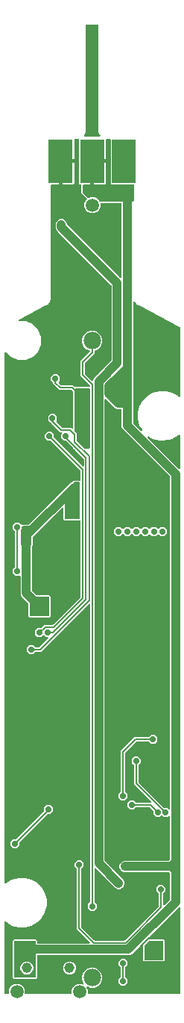
<source format=gbr>
G04 EAGLE Gerber RS-274X export*
G75*
%MOMM*%
%FSLAX34Y34*%
%LPD*%
%INBottom Copper*%
%IPPOS*%
%AMOC8*
5,1,8,0,0,1.08239X$1,22.5*%
G01*
%ADD10R,2.700000X5.000000*%
%ADD11C,1.508000*%
%ADD12C,1.158000*%
%ADD13C,1.980000*%
%ADD14C,0.706400*%
%ADD15C,1.000000*%
%ADD16C,0.200000*%
%ADD17C,0.800000*%
%ADD18C,0.756400*%

G36*
X14250Y10170D02*
X14250Y10170D01*
X14314Y10169D01*
X14389Y10190D01*
X14465Y10201D01*
X14524Y10227D01*
X14586Y10244D01*
X14652Y10285D01*
X14722Y10317D01*
X14771Y10359D01*
X14826Y10392D01*
X14878Y10450D01*
X14936Y10500D01*
X14972Y10554D01*
X15015Y10602D01*
X15048Y10671D01*
X15091Y10736D01*
X15110Y10798D01*
X15138Y10855D01*
X15149Y10925D01*
X15173Y11006D01*
X15174Y11091D01*
X15185Y11160D01*
X15185Y14503D01*
X16565Y17835D01*
X19115Y20385D01*
X22447Y21765D01*
X26053Y21765D01*
X29385Y20385D01*
X31935Y17835D01*
X33315Y14503D01*
X33315Y11160D01*
X33324Y11096D01*
X33323Y11032D01*
X33344Y10957D01*
X33355Y10881D01*
X33381Y10822D01*
X33398Y10760D01*
X33439Y10694D01*
X33471Y10624D01*
X33513Y10575D01*
X33546Y10520D01*
X33604Y10468D01*
X33654Y10410D01*
X33708Y10374D01*
X33756Y10331D01*
X33825Y10298D01*
X33890Y10255D01*
X33952Y10236D01*
X34009Y10208D01*
X34079Y10197D01*
X34160Y10173D01*
X34245Y10172D01*
X34314Y10161D01*
X85686Y10161D01*
X85750Y10170D01*
X85814Y10169D01*
X85889Y10190D01*
X85965Y10201D01*
X86024Y10227D01*
X86086Y10244D01*
X86152Y10285D01*
X86222Y10317D01*
X86271Y10359D01*
X86326Y10392D01*
X86378Y10450D01*
X86436Y10500D01*
X86472Y10554D01*
X86515Y10602D01*
X86548Y10671D01*
X86591Y10736D01*
X86610Y10798D01*
X86638Y10855D01*
X86649Y10925D01*
X86673Y11006D01*
X86674Y11091D01*
X86685Y11160D01*
X86685Y14503D01*
X88065Y17835D01*
X90615Y20385D01*
X93947Y21765D01*
X97553Y21765D01*
X98990Y21170D01*
X99021Y21162D01*
X99050Y21147D01*
X99157Y21127D01*
X99263Y21100D01*
X99295Y21101D01*
X99327Y21095D01*
X99435Y21105D01*
X99545Y21109D01*
X99575Y21119D01*
X99607Y21122D01*
X99709Y21162D01*
X99813Y21196D01*
X99839Y21214D01*
X99869Y21226D01*
X99955Y21293D01*
X100046Y21355D01*
X100066Y21380D01*
X100092Y21400D01*
X100156Y21488D01*
X100225Y21573D01*
X100238Y21602D01*
X100257Y21628D01*
X100293Y21731D01*
X100337Y21832D01*
X100340Y21864D01*
X100351Y21894D01*
X100358Y22003D01*
X100371Y22112D01*
X100366Y22143D01*
X100368Y22176D01*
X100346Y22264D01*
X100326Y22390D01*
X100305Y22434D01*
X100295Y22475D01*
X98575Y26627D01*
X98575Y31173D01*
X100315Y35372D01*
X103528Y38585D01*
X107727Y40325D01*
X112273Y40325D01*
X116472Y38585D01*
X119685Y35372D01*
X121425Y31173D01*
X121425Y26627D01*
X119685Y22428D01*
X116472Y19215D01*
X112273Y17475D01*
X107727Y17475D01*
X104954Y18624D01*
X104923Y18632D01*
X104894Y18647D01*
X104787Y18667D01*
X104681Y18694D01*
X104649Y18693D01*
X104617Y18699D01*
X104508Y18689D01*
X104399Y18685D01*
X104368Y18675D01*
X104336Y18672D01*
X104235Y18631D01*
X104131Y18598D01*
X104104Y18579D01*
X104074Y18567D01*
X103988Y18500D01*
X103898Y18439D01*
X103877Y18414D01*
X103852Y18394D01*
X103788Y18305D01*
X103719Y18221D01*
X103706Y18191D01*
X103687Y18165D01*
X103650Y18063D01*
X103607Y17962D01*
X103603Y17930D01*
X103592Y17900D01*
X103586Y17790D01*
X103573Y17682D01*
X103578Y17650D01*
X103576Y17618D01*
X103597Y17530D01*
X103618Y17404D01*
X103639Y17360D01*
X103649Y17318D01*
X104815Y14503D01*
X104815Y11160D01*
X104824Y11096D01*
X104823Y11032D01*
X104844Y10957D01*
X104855Y10881D01*
X104881Y10822D01*
X104898Y10760D01*
X104939Y10694D01*
X104971Y10624D01*
X105013Y10575D01*
X105046Y10520D01*
X105104Y10468D01*
X105154Y10410D01*
X105208Y10374D01*
X105256Y10331D01*
X105325Y10298D01*
X105390Y10255D01*
X105452Y10236D01*
X105509Y10208D01*
X105579Y10197D01*
X105660Y10173D01*
X105745Y10172D01*
X105814Y10161D01*
X208840Y10161D01*
X208904Y10170D01*
X208968Y10169D01*
X209043Y10190D01*
X209119Y10201D01*
X209178Y10227D01*
X209240Y10244D01*
X209306Y10285D01*
X209376Y10317D01*
X209425Y10359D01*
X209480Y10392D01*
X209532Y10450D01*
X209590Y10500D01*
X209626Y10554D01*
X209669Y10602D01*
X209702Y10671D01*
X209745Y10736D01*
X209764Y10798D01*
X209792Y10855D01*
X209803Y10925D01*
X209827Y11006D01*
X209828Y11091D01*
X209839Y11160D01*
X209839Y108200D01*
X209835Y108231D01*
X209837Y108264D01*
X209815Y108371D01*
X209799Y108479D01*
X209786Y108508D01*
X209780Y108540D01*
X209728Y108636D01*
X209683Y108736D01*
X209662Y108760D01*
X209647Y108789D01*
X209571Y108867D01*
X209500Y108950D01*
X209473Y108968D01*
X209450Y108991D01*
X209355Y109044D01*
X209264Y109104D01*
X209233Y109114D01*
X209205Y109130D01*
X209098Y109155D01*
X208994Y109187D01*
X208962Y109187D01*
X208931Y109195D01*
X208821Y109189D01*
X208712Y109191D01*
X208681Y109182D01*
X208649Y109180D01*
X208546Y109144D01*
X208440Y109115D01*
X208413Y109098D01*
X208382Y109088D01*
X208309Y109035D01*
X208200Y108967D01*
X208168Y108931D01*
X208133Y108906D01*
X173458Y74231D01*
X173439Y74205D01*
X173414Y74184D01*
X173354Y74092D01*
X173289Y74005D01*
X173277Y73975D01*
X173260Y73948D01*
X173228Y73843D01*
X173189Y73741D01*
X173187Y73709D01*
X173177Y73678D01*
X173176Y73569D01*
X173167Y73460D01*
X173174Y73428D01*
X173173Y73396D01*
X173203Y73291D01*
X173225Y73184D01*
X173240Y73155D01*
X173249Y73124D01*
X173306Y73031D01*
X173357Y72935D01*
X173380Y72912D01*
X173397Y72884D01*
X173478Y72811D01*
X173554Y72733D01*
X173582Y72717D01*
X173606Y72695D01*
X173704Y72648D01*
X173800Y72594D01*
X173831Y72586D01*
X173860Y72572D01*
X173949Y72558D01*
X174074Y72529D01*
X174122Y72531D01*
X174164Y72525D01*
X191046Y72525D01*
X192525Y71046D01*
X192525Y48954D01*
X191046Y47475D01*
X168954Y47475D01*
X167475Y48954D01*
X167475Y65836D01*
X167471Y65867D01*
X167473Y65900D01*
X167451Y66007D01*
X167435Y66115D01*
X167422Y66144D01*
X167416Y66176D01*
X167364Y66272D01*
X167319Y66372D01*
X167298Y66396D01*
X167283Y66425D01*
X167207Y66503D01*
X167136Y66586D01*
X167109Y66604D01*
X167086Y66627D01*
X166991Y66680D01*
X166900Y66740D01*
X166869Y66750D01*
X166841Y66766D01*
X166734Y66791D01*
X166630Y66823D01*
X166598Y66823D01*
X166567Y66831D01*
X166457Y66825D01*
X166348Y66827D01*
X166317Y66818D01*
X166285Y66816D01*
X166182Y66780D01*
X166076Y66751D01*
X166049Y66734D01*
X166018Y66724D01*
X165945Y66671D01*
X165836Y66603D01*
X165804Y66567D01*
X165769Y66542D01*
X154696Y55469D01*
X152298Y54475D01*
X48524Y54475D01*
X48460Y54466D01*
X48396Y54467D01*
X48321Y54446D01*
X48245Y54435D01*
X48186Y54409D01*
X48124Y54392D01*
X48058Y54351D01*
X47988Y54319D01*
X47939Y54277D01*
X47884Y54244D01*
X47832Y54186D01*
X47774Y54136D01*
X47738Y54082D01*
X47695Y54034D01*
X47662Y53965D01*
X47619Y53900D01*
X47600Y53838D01*
X47572Y53781D01*
X47561Y53711D01*
X47537Y53630D01*
X47536Y53545D01*
X47525Y53476D01*
X47525Y28954D01*
X46046Y27475D01*
X20954Y27475D01*
X19475Y28954D01*
X19475Y71046D01*
X20954Y72525D01*
X29960Y72525D01*
X30054Y72538D01*
X30151Y72543D01*
X30190Y72557D01*
X34802Y72557D01*
X34823Y72549D01*
X34951Y72539D01*
X35040Y72525D01*
X46046Y72525D01*
X47525Y71046D01*
X47525Y68524D01*
X47534Y68460D01*
X47533Y68396D01*
X47554Y68321D01*
X47565Y68245D01*
X47591Y68186D01*
X47608Y68124D01*
X47649Y68058D01*
X47681Y67988D01*
X47723Y67939D01*
X47756Y67884D01*
X47814Y67832D01*
X47864Y67774D01*
X47918Y67738D01*
X47966Y67695D01*
X48035Y67662D01*
X48100Y67619D01*
X48162Y67600D01*
X48219Y67572D01*
X48289Y67561D01*
X48370Y67537D01*
X48455Y67536D01*
X48524Y67525D01*
X106492Y67525D01*
X106524Y67529D01*
X106556Y67527D01*
X106663Y67549D01*
X106772Y67565D01*
X106801Y67578D01*
X106833Y67584D01*
X106929Y67636D01*
X107029Y67681D01*
X107053Y67702D01*
X107081Y67717D01*
X107160Y67793D01*
X107243Y67864D01*
X107260Y67891D01*
X107284Y67914D01*
X107337Y68009D01*
X107397Y68100D01*
X107407Y68131D01*
X107423Y68159D01*
X107448Y68266D01*
X107480Y68370D01*
X107480Y68402D01*
X107488Y68433D01*
X107482Y68543D01*
X107483Y68652D01*
X107475Y68683D01*
X107473Y68715D01*
X107437Y68818D01*
X107408Y68924D01*
X107391Y68951D01*
X107381Y68982D01*
X107327Y69055D01*
X107260Y69164D01*
X107224Y69196D01*
X107199Y69231D01*
X92475Y83954D01*
X92475Y151960D01*
X92462Y152054D01*
X92457Y152151D01*
X92442Y152194D01*
X92435Y152239D01*
X92396Y152326D01*
X92364Y152417D01*
X92339Y152452D01*
X92319Y152496D01*
X92236Y152593D01*
X92183Y152666D01*
X89943Y154905D01*
X89943Y159095D01*
X92905Y162057D01*
X97095Y162057D01*
X100057Y159095D01*
X100057Y154905D01*
X97817Y152666D01*
X97760Y152589D01*
X97695Y152518D01*
X97675Y152477D01*
X97648Y152441D01*
X97614Y152350D01*
X97572Y152264D01*
X97566Y152222D01*
X97549Y152177D01*
X97539Y152049D01*
X97525Y151960D01*
X97525Y86460D01*
X97538Y86365D01*
X97543Y86269D01*
X97558Y86225D01*
X97565Y86180D01*
X97604Y86093D01*
X97636Y86002D01*
X97661Y85968D01*
X97681Y85924D01*
X97764Y85826D01*
X97817Y85753D01*
X112229Y71341D01*
X112306Y71284D01*
X112377Y71219D01*
X112418Y71199D01*
X112455Y71172D01*
X112545Y71138D01*
X112631Y71096D01*
X112673Y71090D01*
X112719Y71073D01*
X112846Y71063D01*
X112936Y71049D01*
X146424Y71049D01*
X146519Y71062D01*
X146615Y71067D01*
X146658Y71082D01*
X146703Y71089D01*
X146790Y71128D01*
X146881Y71160D01*
X146916Y71185D01*
X146960Y71205D01*
X147057Y71288D01*
X147130Y71341D01*
X185183Y109394D01*
X185197Y109414D01*
X185212Y109426D01*
X185243Y109474D01*
X185305Y109542D01*
X185325Y109583D01*
X185352Y109619D01*
X185386Y109709D01*
X185428Y109796D01*
X185434Y109838D01*
X185451Y109883D01*
X185461Y110011D01*
X185475Y110100D01*
X185475Y123960D01*
X185462Y124054D01*
X185457Y124151D01*
X185442Y124194D01*
X185435Y124239D01*
X185396Y124326D01*
X185364Y124417D01*
X185339Y124452D01*
X185319Y124496D01*
X185236Y124593D01*
X185183Y124666D01*
X182943Y126905D01*
X182943Y131095D01*
X185905Y134057D01*
X190095Y134057D01*
X193057Y131095D01*
X193057Y126905D01*
X190817Y124666D01*
X190760Y124589D01*
X190695Y124518D01*
X190675Y124477D01*
X190648Y124441D01*
X190614Y124350D01*
X190572Y124264D01*
X190566Y124222D01*
X190549Y124177D01*
X190539Y124049D01*
X190525Y123960D01*
X190525Y112164D01*
X190529Y112133D01*
X190527Y112100D01*
X190549Y111993D01*
X190565Y111885D01*
X190578Y111856D01*
X190584Y111824D01*
X190636Y111728D01*
X190681Y111628D01*
X190702Y111604D01*
X190717Y111575D01*
X190793Y111497D01*
X190864Y111414D01*
X190891Y111396D01*
X190914Y111373D01*
X191009Y111320D01*
X191100Y111260D01*
X191131Y111250D01*
X191159Y111234D01*
X191266Y111209D01*
X191370Y111177D01*
X191402Y111177D01*
X191433Y111169D01*
X191543Y111175D01*
X191652Y111173D01*
X191683Y111182D01*
X191715Y111184D01*
X191818Y111220D01*
X191924Y111249D01*
X191951Y111266D01*
X191982Y111276D01*
X192055Y111329D01*
X192164Y111397D01*
X192196Y111433D01*
X192231Y111458D01*
X198023Y117250D01*
X198080Y117327D01*
X198145Y117398D01*
X198165Y117439D01*
X198192Y117476D01*
X198226Y117566D01*
X198268Y117652D01*
X198274Y117694D01*
X198291Y117739D01*
X198301Y117867D01*
X198315Y117957D01*
X198315Y146883D01*
X198302Y146979D01*
X198297Y147075D01*
X198282Y147118D01*
X198275Y147163D01*
X198236Y147250D01*
X198204Y147341D01*
X198179Y147376D01*
X198159Y147420D01*
X198076Y147517D01*
X198023Y147590D01*
X197430Y148183D01*
X197353Y148240D01*
X197282Y148305D01*
X197241Y148325D01*
X197204Y148352D01*
X197115Y148386D01*
X197028Y148428D01*
X196986Y148434D01*
X196941Y148451D01*
X196813Y148461D01*
X196723Y148475D01*
X146202Y148475D01*
X143804Y149469D01*
X141969Y151304D01*
X140975Y153702D01*
X140975Y156298D01*
X141969Y158696D01*
X143804Y160531D01*
X146202Y161525D01*
X196723Y161525D01*
X196819Y161538D01*
X196915Y161543D01*
X196958Y161558D01*
X197003Y161565D01*
X197090Y161604D01*
X197181Y161636D01*
X197216Y161661D01*
X197260Y161681D01*
X197357Y161764D01*
X197430Y161817D01*
X198023Y162410D01*
X198080Y162487D01*
X198145Y162558D01*
X198165Y162599D01*
X198192Y162635D01*
X198226Y162725D01*
X198268Y162812D01*
X198274Y162854D01*
X198291Y162899D01*
X198301Y163027D01*
X198315Y163117D01*
X198315Y211252D01*
X198311Y211284D01*
X198313Y211316D01*
X198291Y211423D01*
X198275Y211531D01*
X198262Y211560D01*
X198256Y211592D01*
X198204Y211688D01*
X198159Y211788D01*
X198138Y211812D01*
X198123Y211841D01*
X198047Y211919D01*
X197976Y212002D01*
X197949Y212020D01*
X197926Y212043D01*
X197831Y212097D01*
X197740Y212156D01*
X197709Y212166D01*
X197681Y212182D01*
X197575Y212207D01*
X197470Y212239D01*
X197438Y212239D01*
X197407Y212247D01*
X197297Y212241D01*
X197188Y212243D01*
X197157Y212234D01*
X197125Y212232D01*
X197022Y212197D01*
X196916Y212167D01*
X196889Y212150D01*
X196858Y212140D01*
X196785Y212087D01*
X196676Y212019D01*
X196644Y211983D01*
X196609Y211958D01*
X195595Y210943D01*
X191405Y210943D01*
X189861Y212488D01*
X189809Y212526D01*
X189765Y212572D01*
X189697Y212611D01*
X189635Y212657D01*
X189575Y212680D01*
X189519Y212712D01*
X189444Y212729D01*
X189371Y212757D01*
X189307Y212762D01*
X189245Y212776D01*
X189167Y212773D01*
X189090Y212778D01*
X189027Y212765D01*
X188963Y212762D01*
X188890Y212737D01*
X188814Y212721D01*
X188757Y212691D01*
X188697Y212670D01*
X188640Y212628D01*
X188565Y212588D01*
X188504Y212529D01*
X188448Y212488D01*
X186903Y210943D01*
X182714Y210943D01*
X179752Y213905D01*
X179752Y217516D01*
X179738Y217611D01*
X179733Y217707D01*
X179718Y217751D01*
X179712Y217796D01*
X179672Y217883D01*
X179641Y217974D01*
X179616Y218008D01*
X179596Y218052D01*
X179512Y218150D01*
X179459Y218223D01*
X175499Y222183D01*
X175423Y222240D01*
X175351Y222305D01*
X175310Y222325D01*
X175274Y222352D01*
X175184Y222386D01*
X175097Y222428D01*
X175055Y222434D01*
X175010Y222451D01*
X174882Y222461D01*
X174793Y222475D01*
X160040Y222475D01*
X159946Y222462D01*
X159849Y222457D01*
X159806Y222442D01*
X159761Y222435D01*
X159674Y222396D01*
X159583Y222364D01*
X159548Y222339D01*
X159504Y222319D01*
X159407Y222236D01*
X159334Y222183D01*
X157095Y219943D01*
X152905Y219943D01*
X149943Y222905D01*
X149943Y227095D01*
X152905Y230057D01*
X157095Y230057D01*
X159334Y227817D01*
X159411Y227760D01*
X159482Y227695D01*
X159523Y227675D01*
X159559Y227648D01*
X159650Y227614D01*
X159736Y227572D01*
X159778Y227566D01*
X159823Y227549D01*
X159951Y227539D01*
X160040Y227525D01*
X175992Y227525D01*
X176024Y227529D01*
X176056Y227527D01*
X176163Y227549D01*
X176272Y227565D01*
X176301Y227578D01*
X176333Y227584D01*
X176429Y227636D01*
X176529Y227681D01*
X176553Y227702D01*
X176581Y227717D01*
X176660Y227793D01*
X176743Y227864D01*
X176760Y227891D01*
X176784Y227914D01*
X176837Y228009D01*
X176897Y228100D01*
X176907Y228131D01*
X176923Y228159D01*
X176948Y228266D01*
X176980Y228370D01*
X176980Y228402D01*
X176988Y228433D01*
X176982Y228543D01*
X176983Y228652D01*
X176975Y228683D01*
X176973Y228715D01*
X176937Y228818D01*
X176908Y228924D01*
X176891Y228951D01*
X176881Y228982D01*
X176827Y229055D01*
X176760Y229164D01*
X176724Y229196D01*
X176699Y229231D01*
X157419Y248510D01*
X157419Y269460D01*
X157406Y269555D01*
X157401Y269651D01*
X157386Y269694D01*
X157379Y269739D01*
X157340Y269826D01*
X157308Y269917D01*
X157283Y269952D01*
X157263Y269996D01*
X157180Y270093D01*
X157127Y270166D01*
X154887Y272405D01*
X154887Y276595D01*
X157849Y279557D01*
X162039Y279557D01*
X165001Y276595D01*
X165001Y272405D01*
X162761Y270166D01*
X162704Y270089D01*
X162639Y270018D01*
X162619Y269977D01*
X162592Y269941D01*
X162558Y269851D01*
X162516Y269764D01*
X162510Y269722D01*
X162493Y269677D01*
X162483Y269549D01*
X162469Y269460D01*
X162469Y251016D01*
X162482Y250921D01*
X162487Y250825D01*
X162502Y250781D01*
X162509Y250736D01*
X162548Y250649D01*
X162580Y250558D01*
X162605Y250524D01*
X162625Y250480D01*
X162708Y250382D01*
X162722Y250364D01*
X162736Y250340D01*
X162744Y250333D01*
X162761Y250309D01*
X191721Y221349D01*
X191798Y221292D01*
X191869Y221227D01*
X191910Y221207D01*
X191947Y221180D01*
X192037Y221146D01*
X192123Y221104D01*
X192165Y221098D01*
X192211Y221081D01*
X192338Y221071D01*
X192428Y221057D01*
X195595Y221057D01*
X196609Y220042D01*
X196635Y220022D01*
X196656Y219998D01*
X196748Y219938D01*
X196835Y219873D01*
X196865Y219861D01*
X196892Y219844D01*
X196997Y219812D01*
X197099Y219773D01*
X197131Y219771D01*
X197162Y219761D01*
X197271Y219760D01*
X197380Y219751D01*
X197412Y219758D01*
X197444Y219757D01*
X197549Y219787D01*
X197656Y219809D01*
X197685Y219824D01*
X197716Y219833D01*
X197809Y219890D01*
X197905Y219941D01*
X197928Y219964D01*
X197956Y219981D01*
X198029Y220062D01*
X198107Y220138D01*
X198123Y220166D01*
X198145Y220190D01*
X198192Y220288D01*
X198246Y220383D01*
X198254Y220415D01*
X198268Y220444D01*
X198282Y220533D01*
X198311Y220658D01*
X198309Y220706D01*
X198315Y220748D01*
X198315Y596883D01*
X198302Y596978D01*
X198297Y597075D01*
X198282Y597118D01*
X198275Y597163D01*
X198236Y597250D01*
X198204Y597341D01*
X198179Y597375D01*
X198159Y597420D01*
X198076Y597517D01*
X198023Y597590D01*
X144469Y651144D01*
X143475Y653542D01*
X143475Y672476D01*
X143466Y672540D01*
X143467Y672604D01*
X143446Y672679D01*
X143435Y672755D01*
X143409Y672814D01*
X143392Y672876D01*
X143351Y672942D01*
X143319Y673012D01*
X143277Y673061D01*
X143244Y673116D01*
X143186Y673168D01*
X143136Y673226D01*
X143082Y673262D01*
X143034Y673305D01*
X142965Y673338D01*
X142900Y673381D01*
X142838Y673400D01*
X142781Y673428D01*
X142711Y673439D01*
X142630Y673463D01*
X142545Y673464D01*
X142476Y673475D01*
X138702Y673475D01*
X136304Y674469D01*
X126828Y683944D01*
X126828Y683945D01*
X125755Y685018D01*
X125729Y685037D01*
X125708Y685062D01*
X125616Y685122D01*
X125529Y685187D01*
X125499Y685199D01*
X125472Y685216D01*
X125367Y685248D01*
X125265Y685287D01*
X125233Y685289D01*
X125202Y685299D01*
X125093Y685300D01*
X124984Y685309D01*
X124952Y685302D01*
X124920Y685303D01*
X124815Y685273D01*
X124708Y685251D01*
X124679Y685236D01*
X124648Y685227D01*
X124555Y685170D01*
X124459Y685119D01*
X124436Y685096D01*
X124408Y685079D01*
X124335Y684998D01*
X124257Y684922D01*
X124241Y684894D01*
X124219Y684870D01*
X124172Y684772D01*
X124118Y684677D01*
X124110Y684645D01*
X124096Y684616D01*
X124082Y684527D01*
X124053Y684402D01*
X124055Y684354D01*
X124049Y684312D01*
X124049Y161593D01*
X124062Y161498D01*
X124067Y161401D01*
X124082Y161358D01*
X124089Y161313D01*
X124128Y161226D01*
X124160Y161135D01*
X124185Y161101D01*
X124205Y161056D01*
X124288Y160959D01*
X124341Y160886D01*
X145531Y139696D01*
X146525Y137298D01*
X146525Y134702D01*
X145531Y132304D01*
X143696Y130469D01*
X141298Y129475D01*
X138702Y129475D01*
X136304Y130469D01*
X114231Y152542D01*
X114205Y152561D01*
X114184Y152586D01*
X114092Y152646D01*
X114005Y152711D01*
X113975Y152723D01*
X113948Y152740D01*
X113843Y152772D01*
X113741Y152811D01*
X113709Y152813D01*
X113678Y152823D01*
X113569Y152824D01*
X113460Y152833D01*
X113428Y152826D01*
X113396Y152827D01*
X113291Y152797D01*
X113184Y152775D01*
X113155Y152760D01*
X113124Y152751D01*
X113031Y152694D01*
X112935Y152643D01*
X112912Y152620D01*
X112884Y152603D01*
X112811Y152522D01*
X112733Y152446D01*
X112717Y152418D01*
X112695Y152394D01*
X112648Y152296D01*
X112594Y152200D01*
X112586Y152169D01*
X112572Y152140D01*
X112558Y152051D01*
X112529Y151926D01*
X112531Y151878D01*
X112525Y151836D01*
X112525Y115040D01*
X112533Y114980D01*
X112533Y114954D01*
X112539Y114932D01*
X112543Y114849D01*
X112558Y114806D01*
X112565Y114761D01*
X112604Y114674D01*
X112636Y114583D01*
X112661Y114548D01*
X112681Y114504D01*
X112764Y114407D01*
X112817Y114334D01*
X115057Y112095D01*
X115057Y107905D01*
X112095Y104943D01*
X107905Y104943D01*
X104943Y107905D01*
X104943Y112095D01*
X107183Y114334D01*
X107240Y114411D01*
X107305Y114482D01*
X107325Y114523D01*
X107352Y114559D01*
X107386Y114650D01*
X107428Y114736D01*
X107434Y114778D01*
X107451Y114823D01*
X107458Y114911D01*
X107463Y114928D01*
X107464Y114967D01*
X107475Y115040D01*
X107475Y451492D01*
X107471Y451524D01*
X107473Y451556D01*
X107451Y451663D01*
X107435Y451772D01*
X107422Y451801D01*
X107416Y451833D01*
X107364Y451929D01*
X107319Y452029D01*
X107298Y452053D01*
X107283Y452081D01*
X107207Y452160D01*
X107136Y452243D01*
X107109Y452260D01*
X107086Y452284D01*
X106991Y452337D01*
X106900Y452397D01*
X106869Y452407D01*
X106841Y452423D01*
X106734Y452448D01*
X106630Y452480D01*
X106598Y452480D01*
X106567Y452488D01*
X106457Y452482D01*
X106348Y452483D01*
X106317Y452475D01*
X106285Y452473D01*
X106182Y452437D01*
X106076Y452408D01*
X106049Y452391D01*
X106018Y452381D01*
X105945Y452327D01*
X105836Y452260D01*
X105804Y452224D01*
X105769Y452199D01*
X53817Y400247D01*
X52046Y398475D01*
X46040Y398475D01*
X45946Y398462D01*
X45849Y398457D01*
X45806Y398442D01*
X45761Y398435D01*
X45674Y398396D01*
X45583Y398364D01*
X45548Y398339D01*
X45504Y398319D01*
X45407Y398236D01*
X45334Y398183D01*
X43095Y395943D01*
X38905Y395943D01*
X35943Y398905D01*
X35943Y403095D01*
X38905Y406057D01*
X43095Y406057D01*
X45334Y403817D01*
X45411Y403760D01*
X45482Y403695D01*
X45523Y403675D01*
X45559Y403648D01*
X45650Y403614D01*
X45736Y403572D01*
X45778Y403566D01*
X45823Y403549D01*
X45951Y403539D01*
X46040Y403525D01*
X49540Y403525D01*
X49635Y403538D01*
X49731Y403543D01*
X49775Y403558D01*
X49820Y403565D01*
X49907Y403604D01*
X49998Y403636D01*
X50032Y403661D01*
X50076Y403681D01*
X50174Y403764D01*
X50247Y403817D01*
X59667Y413237D01*
X59686Y413263D01*
X59711Y413284D01*
X59771Y413376D01*
X59836Y413463D01*
X59848Y413493D01*
X59865Y413520D01*
X59897Y413625D01*
X59936Y413727D01*
X59938Y413759D01*
X59948Y413790D01*
X59949Y413899D01*
X59958Y414008D01*
X59951Y414040D01*
X59951Y414072D01*
X59922Y414177D01*
X59900Y414284D01*
X59885Y414313D01*
X59876Y414344D01*
X59819Y414437D01*
X59767Y414533D01*
X59745Y414556D01*
X59728Y414584D01*
X59647Y414657D01*
X59571Y414735D01*
X59543Y414751D01*
X59519Y414773D01*
X59420Y414820D01*
X59325Y414874D01*
X59294Y414882D01*
X59265Y414896D01*
X59176Y414910D01*
X59051Y414939D01*
X59002Y414937D01*
X58960Y414943D01*
X57277Y414943D01*
X55393Y416828D01*
X55341Y416867D01*
X55296Y416913D01*
X55229Y416951D01*
X55167Y416997D01*
X55107Y417020D01*
X55051Y417052D01*
X54976Y417070D01*
X54903Y417097D01*
X54839Y417102D01*
X54776Y417117D01*
X54699Y417113D01*
X54622Y417119D01*
X54559Y417106D01*
X54495Y417102D01*
X54422Y417077D01*
X54346Y417061D01*
X54289Y417031D01*
X54228Y417010D01*
X54172Y416968D01*
X54097Y416929D01*
X54036Y416870D01*
X53979Y416828D01*
X52095Y414943D01*
X47905Y414943D01*
X44943Y417905D01*
X44943Y422095D01*
X47905Y425057D01*
X51072Y425057D01*
X51167Y425070D01*
X51263Y425075D01*
X51307Y425090D01*
X51352Y425097D01*
X51439Y425136D01*
X51530Y425168D01*
X51564Y425193D01*
X51608Y425213D01*
X51706Y425296D01*
X51779Y425349D01*
X55454Y429025D01*
X65040Y429025D01*
X65135Y429038D01*
X65231Y429043D01*
X65275Y429058D01*
X65320Y429065D01*
X65407Y429104D01*
X65498Y429136D01*
X65532Y429161D01*
X65576Y429181D01*
X65674Y429264D01*
X65747Y429317D01*
X96611Y460181D01*
X96668Y460258D01*
X96733Y460329D01*
X96753Y460370D01*
X96780Y460407D01*
X96814Y460497D01*
X96856Y460583D01*
X96862Y460625D01*
X96879Y460671D01*
X96889Y460798D01*
X96903Y460888D01*
X96903Y546476D01*
X96894Y546540D01*
X96895Y546604D01*
X96874Y546679D01*
X96863Y546755D01*
X96837Y546814D01*
X96820Y546876D01*
X96779Y546942D01*
X96747Y547012D01*
X96705Y547061D01*
X96672Y547116D01*
X96614Y547168D01*
X96564Y547226D01*
X96510Y547262D01*
X96462Y547305D01*
X96393Y547338D01*
X96328Y547381D01*
X96266Y547400D01*
X96209Y547428D01*
X96139Y547439D01*
X96058Y547463D01*
X95973Y547464D01*
X95904Y547475D01*
X78954Y547475D01*
X77475Y548954D01*
X77475Y560836D01*
X77471Y560867D01*
X77473Y560900D01*
X77451Y561007D01*
X77435Y561115D01*
X77422Y561144D01*
X77416Y561176D01*
X77364Y561272D01*
X77319Y561372D01*
X77298Y561396D01*
X77283Y561425D01*
X77207Y561503D01*
X77136Y561586D01*
X77109Y561604D01*
X77086Y561627D01*
X76991Y561680D01*
X76900Y561740D01*
X76869Y561750D01*
X76841Y561766D01*
X76734Y561791D01*
X76630Y561823D01*
X76598Y561823D01*
X76567Y561831D01*
X76457Y561825D01*
X76348Y561827D01*
X76317Y561818D01*
X76285Y561816D01*
X76182Y561780D01*
X76076Y561751D01*
X76049Y561734D01*
X76018Y561724D01*
X75945Y561671D01*
X75836Y561603D01*
X75804Y561567D01*
X75769Y561542D01*
X42817Y528590D01*
X42760Y528513D01*
X42695Y528442D01*
X42675Y528401D01*
X42648Y528364D01*
X42614Y528274D01*
X42572Y528188D01*
X42566Y528146D01*
X42549Y528101D01*
X42539Y527973D01*
X42525Y527883D01*
X42525Y518954D01*
X41817Y518247D01*
X41760Y518170D01*
X41695Y518099D01*
X41675Y518058D01*
X41648Y518021D01*
X41614Y517931D01*
X41572Y517845D01*
X41566Y517803D01*
X41549Y517757D01*
X41539Y517630D01*
X41525Y517540D01*
X41525Y468117D01*
X41538Y468022D01*
X41543Y467925D01*
X41558Y467882D01*
X41565Y467837D01*
X41604Y467750D01*
X41636Y467659D01*
X41661Y467625D01*
X41681Y467580D01*
X41764Y467483D01*
X41817Y467410D01*
X46410Y462817D01*
X46487Y462760D01*
X46558Y462695D01*
X46599Y462675D01*
X46636Y462648D01*
X46726Y462614D01*
X46812Y462572D01*
X46854Y462566D01*
X46899Y462549D01*
X47027Y462539D01*
X47117Y462525D01*
X61046Y462525D01*
X62525Y461046D01*
X62525Y438954D01*
X61046Y437475D01*
X38954Y437475D01*
X37475Y438954D01*
X37475Y452883D01*
X37467Y452942D01*
X37467Y452956D01*
X37463Y452973D01*
X37462Y452978D01*
X37457Y453075D01*
X37442Y453118D01*
X37435Y453163D01*
X37396Y453250D01*
X37364Y453341D01*
X37339Y453375D01*
X37319Y453420D01*
X37236Y453517D01*
X37183Y453590D01*
X29469Y461304D01*
X28475Y463702D01*
X28475Y483968D01*
X28471Y484000D01*
X28473Y484032D01*
X28451Y484139D01*
X28435Y484247D01*
X28422Y484276D01*
X28415Y484308D01*
X28364Y484405D01*
X28319Y484504D01*
X28298Y484528D01*
X28283Y484557D01*
X28207Y484635D01*
X28136Y484718D01*
X28109Y484736D01*
X28086Y484759D01*
X27991Y484813D01*
X27900Y484872D01*
X27869Y484882D01*
X27840Y484898D01*
X27734Y484923D01*
X27630Y484955D01*
X27598Y484955D01*
X27566Y484963D01*
X27457Y484957D01*
X27348Y484959D01*
X27317Y484950D01*
X27284Y484948D01*
X27270Y484943D01*
X22849Y484943D01*
X19887Y487905D01*
X19887Y492095D01*
X22183Y494390D01*
X22240Y494467D01*
X22305Y494538D01*
X22325Y494579D01*
X22352Y494615D01*
X22386Y494706D01*
X22428Y494792D01*
X22434Y494834D01*
X22451Y494879D01*
X22461Y495007D01*
X22475Y495096D01*
X22475Y534904D01*
X22462Y534998D01*
X22457Y535095D01*
X22442Y535138D01*
X22435Y535183D01*
X22396Y535270D01*
X22364Y535361D01*
X22339Y535396D01*
X22319Y535440D01*
X22236Y535537D01*
X22183Y535610D01*
X19887Y537905D01*
X19887Y542095D01*
X22849Y545057D01*
X27039Y545057D01*
X29278Y542817D01*
X29355Y542760D01*
X29426Y542695D01*
X29467Y542675D01*
X29503Y542648D01*
X29594Y542614D01*
X29680Y542572D01*
X29722Y542566D01*
X29767Y542549D01*
X29895Y542539D01*
X29984Y542525D01*
X37883Y542525D01*
X37978Y542538D01*
X38075Y542543D01*
X38118Y542558D01*
X38163Y542565D01*
X38250Y542604D01*
X38341Y542636D01*
X38375Y542661D01*
X38420Y542681D01*
X38517Y542764D01*
X38590Y542817D01*
X86304Y590531D01*
X87242Y590920D01*
X87278Y590941D01*
X87317Y590955D01*
X87386Y591005D01*
X87484Y591063D01*
X87525Y591106D01*
X87566Y591136D01*
X88954Y592525D01*
X95904Y592525D01*
X95968Y592534D01*
X96032Y592533D01*
X96107Y592554D01*
X96183Y592565D01*
X96242Y592591D01*
X96304Y592608D01*
X96370Y592649D01*
X96440Y592681D01*
X96489Y592723D01*
X96544Y592756D01*
X96596Y592814D01*
X96654Y592864D01*
X96690Y592918D01*
X96733Y592966D01*
X96766Y593035D01*
X96809Y593100D01*
X96828Y593162D01*
X96856Y593219D01*
X96867Y593289D01*
X96891Y593370D01*
X96892Y593455D01*
X96903Y593524D01*
X96903Y603068D01*
X96890Y603163D01*
X96885Y603259D01*
X96870Y603303D01*
X96863Y603348D01*
X96824Y603435D01*
X96792Y603526D01*
X96767Y603560D01*
X96747Y603604D01*
X96664Y603702D01*
X96611Y603775D01*
X62935Y637451D01*
X62858Y637508D01*
X62787Y637573D01*
X62746Y637593D01*
X62709Y637620D01*
X62619Y637654D01*
X62533Y637696D01*
X62491Y637702D01*
X62445Y637719D01*
X62318Y637729D01*
X62228Y637743D01*
X59061Y637743D01*
X56099Y640705D01*
X56099Y644895D01*
X59061Y647857D01*
X63251Y647857D01*
X66213Y644895D01*
X66213Y641728D01*
X66226Y641633D01*
X66231Y641537D01*
X66246Y641493D01*
X66253Y641448D01*
X66292Y641361D01*
X66324Y641270D01*
X66349Y641236D01*
X66369Y641192D01*
X66452Y641094D01*
X66479Y641058D01*
X66485Y641047D01*
X66489Y641044D01*
X66505Y641021D01*
X98721Y608805D01*
X98747Y608786D01*
X98768Y608761D01*
X98860Y608701D01*
X98947Y608636D01*
X98977Y608624D01*
X99004Y608607D01*
X99109Y608575D01*
X99211Y608536D01*
X99243Y608534D01*
X99274Y608524D01*
X99383Y608523D01*
X99492Y608514D01*
X99524Y608521D01*
X99556Y608521D01*
X99661Y608550D01*
X99768Y608572D01*
X99797Y608587D01*
X99828Y608596D01*
X99921Y608653D01*
X100017Y608705D01*
X100040Y608727D01*
X100068Y608744D01*
X100141Y608825D01*
X100219Y608901D01*
X100235Y608929D01*
X100257Y608953D01*
X100304Y609052D01*
X100358Y609147D01*
X100366Y609178D01*
X100380Y609207D01*
X100394Y609296D01*
X100423Y609421D01*
X100421Y609470D01*
X100427Y609512D01*
X100427Y617040D01*
X100414Y617135D01*
X100409Y617231D01*
X100394Y617274D01*
X100387Y617319D01*
X100348Y617407D01*
X100316Y617498D01*
X100291Y617532D01*
X100271Y617576D01*
X100188Y617674D01*
X100135Y617747D01*
X90699Y627183D01*
X90622Y627240D01*
X90550Y627305D01*
X90509Y627325D01*
X90473Y627352D01*
X90383Y627386D01*
X90297Y627428D01*
X90255Y627434D01*
X90209Y627451D01*
X90082Y627461D01*
X89992Y627475D01*
X89954Y627475D01*
X88475Y628954D01*
X88475Y628992D01*
X88462Y629087D01*
X88457Y629183D01*
X88442Y629226D01*
X88435Y629271D01*
X88396Y629359D01*
X88364Y629450D01*
X88339Y629484D01*
X88319Y629528D01*
X88236Y629626D01*
X88183Y629699D01*
X80231Y637651D01*
X80154Y637708D01*
X80082Y637773D01*
X80041Y637793D01*
X80005Y637820D01*
X79915Y637854D01*
X79829Y637896D01*
X79787Y637902D01*
X79741Y637919D01*
X79614Y637929D01*
X79524Y637943D01*
X77905Y637943D01*
X74943Y640905D01*
X74943Y645095D01*
X75618Y645769D01*
X75638Y645795D01*
X75662Y645816D01*
X75722Y645908D01*
X75787Y645995D01*
X75799Y646025D01*
X75816Y646052D01*
X75848Y646157D01*
X75887Y646259D01*
X75889Y646291D01*
X75899Y646322D01*
X75900Y646431D01*
X75909Y646540D01*
X75902Y646572D01*
X75903Y646604D01*
X75873Y646709D01*
X75851Y646816D01*
X75836Y646845D01*
X75827Y646876D01*
X75770Y646969D01*
X75719Y647065D01*
X75696Y647088D01*
X75679Y647116D01*
X75598Y647189D01*
X75522Y647267D01*
X75494Y647283D01*
X75470Y647305D01*
X75372Y647352D01*
X75277Y647406D01*
X75245Y647414D01*
X75216Y647428D01*
X75127Y647442D01*
X75002Y647471D01*
X74954Y647469D01*
X74912Y647475D01*
X73954Y647475D01*
X63679Y657751D01*
X63602Y657808D01*
X63531Y657873D01*
X63490Y657893D01*
X63453Y657920D01*
X63363Y657954D01*
X63277Y657996D01*
X63235Y658002D01*
X63189Y658019D01*
X63062Y658029D01*
X62972Y658043D01*
X62735Y658043D01*
X59773Y661005D01*
X59773Y665195D01*
X62735Y668157D01*
X66925Y668157D01*
X69887Y665195D01*
X69887Y661005D01*
X69432Y660551D01*
X69394Y660500D01*
X69348Y660455D01*
X69310Y660388D01*
X69263Y660326D01*
X69241Y660266D01*
X69209Y660210D01*
X69191Y660134D01*
X69164Y660062D01*
X69159Y659998D01*
X69144Y659935D01*
X69148Y659858D01*
X69142Y659781D01*
X69155Y659718D01*
X69158Y659653D01*
X69184Y659580D01*
X69199Y659504D01*
X69230Y659448D01*
X69251Y659387D01*
X69292Y659330D01*
X69332Y659255D01*
X69391Y659195D01*
X69432Y659138D01*
X75753Y652817D01*
X75830Y652760D01*
X75901Y652695D01*
X75942Y652675D01*
X75979Y652648D01*
X76069Y652614D01*
X76155Y652572D01*
X76197Y652566D01*
X76243Y652549D01*
X76370Y652539D01*
X76460Y652525D01*
X86046Y652525D01*
X86769Y651801D01*
X86795Y651782D01*
X86816Y651757D01*
X86908Y651697D01*
X86995Y651632D01*
X87025Y651620D01*
X87052Y651603D01*
X87157Y651571D01*
X87259Y651532D01*
X87291Y651530D01*
X87322Y651520D01*
X87431Y651519D01*
X87540Y651510D01*
X87572Y651517D01*
X87604Y651517D01*
X87709Y651546D01*
X87816Y651568D01*
X87845Y651583D01*
X87876Y651592D01*
X87969Y651649D01*
X88065Y651701D01*
X88088Y651723D01*
X88116Y651740D01*
X88189Y651821D01*
X88267Y651897D01*
X88283Y651925D01*
X88305Y651949D01*
X88352Y652047D01*
X88406Y652143D01*
X88414Y652174D01*
X88428Y652203D01*
X88442Y652292D01*
X88471Y652417D01*
X88469Y652465D01*
X88475Y652508D01*
X88475Y692740D01*
X88462Y692835D01*
X88457Y692931D01*
X88442Y692975D01*
X88435Y693020D01*
X88396Y693107D01*
X88364Y693198D01*
X88339Y693232D01*
X88319Y693276D01*
X88236Y693374D01*
X88183Y693447D01*
X86447Y695183D01*
X86370Y695240D01*
X86299Y695305D01*
X86258Y695325D01*
X86221Y695352D01*
X86131Y695386D01*
X86045Y695428D01*
X86003Y695434D01*
X85957Y695451D01*
X85830Y695461D01*
X85740Y695475D01*
X72654Y695475D01*
X65655Y702474D01*
X65655Y702904D01*
X65642Y702999D01*
X65637Y703095D01*
X65622Y703138D01*
X65615Y703183D01*
X65576Y703271D01*
X65544Y703362D01*
X65519Y703396D01*
X65499Y703440D01*
X65416Y703538D01*
X65363Y703611D01*
X63123Y705850D01*
X63123Y710039D01*
X66085Y713001D01*
X70275Y713001D01*
X73237Y710039D01*
X73237Y705850D01*
X72035Y704648D01*
X71997Y704597D01*
X71951Y704552D01*
X71912Y704485D01*
X71866Y704423D01*
X71843Y704363D01*
X71812Y704307D01*
X71794Y704231D01*
X71766Y704159D01*
X71761Y704095D01*
X71747Y704032D01*
X71751Y703955D01*
X71745Y703878D01*
X71758Y703815D01*
X71761Y703751D01*
X71786Y703678D01*
X71802Y703602D01*
X71832Y703545D01*
X71853Y703484D01*
X71895Y703428D01*
X71935Y703353D01*
X71994Y703292D01*
X72035Y703235D01*
X74453Y700817D01*
X74530Y700760D01*
X74601Y700695D01*
X74642Y700675D01*
X74679Y700648D01*
X74769Y700614D01*
X74855Y700572D01*
X74897Y700566D01*
X74943Y700549D01*
X75070Y700539D01*
X75160Y700525D01*
X88246Y700525D01*
X89953Y698817D01*
X90030Y698760D01*
X90101Y698695D01*
X90142Y698675D01*
X90179Y698648D01*
X90269Y698614D01*
X90355Y698572D01*
X90397Y698566D01*
X90443Y698549D01*
X90570Y698539D01*
X90660Y698525D01*
X106476Y698525D01*
X106540Y698534D01*
X106604Y698533D01*
X106679Y698554D01*
X106755Y698565D01*
X106814Y698591D01*
X106876Y698608D01*
X106942Y698649D01*
X107012Y698681D01*
X107061Y698723D01*
X107116Y698756D01*
X107168Y698814D01*
X107226Y698864D01*
X107262Y698918D01*
X107305Y698966D01*
X107338Y699035D01*
X107381Y699100D01*
X107400Y699162D01*
X107428Y699219D01*
X107439Y699289D01*
X107463Y699370D01*
X107464Y699455D01*
X107475Y699524D01*
X107475Y699940D01*
X107462Y700035D01*
X107457Y700131D01*
X107442Y700175D01*
X107435Y700220D01*
X107396Y700307D01*
X107364Y700398D01*
X107339Y700432D01*
X107319Y700476D01*
X107236Y700574D01*
X107183Y700647D01*
X96419Y711410D01*
X96419Y727554D01*
X107183Y738318D01*
X107240Y738394D01*
X107305Y738466D01*
X107325Y738507D01*
X107352Y738543D01*
X107386Y738633D01*
X107428Y738720D01*
X107434Y738762D01*
X107451Y738807D01*
X107461Y738935D01*
X107475Y739024D01*
X107475Y739112D01*
X107474Y739121D01*
X107475Y739131D01*
X107454Y739261D01*
X107435Y739391D01*
X107432Y739400D01*
X107430Y739409D01*
X107373Y739529D01*
X107319Y739648D01*
X107313Y739655D01*
X107309Y739664D01*
X107221Y739763D01*
X107136Y739862D01*
X107128Y739868D01*
X107122Y739875D01*
X107056Y739915D01*
X106900Y740017D01*
X106877Y740024D01*
X106858Y740035D01*
X103528Y741415D01*
X100315Y744628D01*
X98575Y748827D01*
X98575Y753373D01*
X100315Y757572D01*
X103528Y760785D01*
X107727Y762525D01*
X112273Y762525D01*
X116472Y760785D01*
X119685Y757572D01*
X121425Y753373D01*
X121425Y748827D01*
X119685Y744628D01*
X116472Y741415D01*
X113142Y740035D01*
X113133Y740030D01*
X113124Y740028D01*
X113012Y739959D01*
X112899Y739892D01*
X112892Y739885D01*
X112884Y739880D01*
X112796Y739782D01*
X112706Y739686D01*
X112702Y739677D01*
X112695Y739670D01*
X112638Y739552D01*
X112578Y739434D01*
X112576Y739425D01*
X112572Y739417D01*
X112560Y739341D01*
X112526Y739157D01*
X112528Y739133D01*
X112525Y739112D01*
X112525Y736519D01*
X101761Y725755D01*
X101704Y725679D01*
X101639Y725607D01*
X101619Y725566D01*
X101592Y725530D01*
X101558Y725440D01*
X101516Y725353D01*
X101510Y725311D01*
X101493Y725266D01*
X101483Y725138D01*
X101469Y725049D01*
X101469Y713916D01*
X101482Y713821D01*
X101487Y713725D01*
X101502Y713681D01*
X101509Y713636D01*
X101548Y713549D01*
X101580Y713458D01*
X101605Y713424D01*
X101625Y713380D01*
X101708Y713282D01*
X101761Y713209D01*
X109313Y705658D01*
X109407Y705587D01*
X109499Y705511D01*
X109520Y705502D01*
X109538Y705489D01*
X109649Y705447D01*
X109758Y705400D01*
X109781Y705397D01*
X109802Y705389D01*
X109920Y705380D01*
X110038Y705365D01*
X110061Y705369D01*
X110083Y705367D01*
X110199Y705391D01*
X110316Y705410D01*
X110337Y705420D01*
X110359Y705425D01*
X110464Y705480D01*
X110571Y705531D01*
X110588Y705547D01*
X110608Y705557D01*
X110693Y705640D01*
X110782Y705719D01*
X110793Y705737D01*
X110810Y705754D01*
X110902Y705916D01*
X110942Y705982D01*
X111993Y708517D01*
X131607Y728131D01*
X131664Y728208D01*
X131729Y728280D01*
X131749Y728321D01*
X131776Y728357D01*
X131810Y728447D01*
X131852Y728533D01*
X131858Y728575D01*
X131875Y728621D01*
X131885Y728748D01*
X131899Y728838D01*
X131899Y813459D01*
X131886Y813554D01*
X131881Y813651D01*
X131866Y813694D01*
X131859Y813739D01*
X131820Y813826D01*
X131788Y813917D01*
X131763Y813951D01*
X131743Y813996D01*
X131660Y814093D01*
X131607Y814166D01*
X71445Y874328D01*
X69469Y876304D01*
X68475Y878702D01*
X68475Y883798D01*
X69469Y886196D01*
X71304Y888031D01*
X73702Y889025D01*
X76298Y889025D01*
X78696Y888031D01*
X80531Y886196D01*
X81525Y883798D01*
X81525Y883117D01*
X81538Y883022D01*
X81543Y882925D01*
X81558Y882882D01*
X81565Y882837D01*
X81604Y882750D01*
X81636Y882659D01*
X81661Y882625D01*
X81681Y882580D01*
X81764Y882483D01*
X81817Y882410D01*
X141769Y822458D01*
X141795Y822439D01*
X141816Y822414D01*
X141908Y822354D01*
X141995Y822289D01*
X142025Y822277D01*
X142052Y822260D01*
X142157Y822228D01*
X142259Y822189D01*
X142291Y822187D01*
X142322Y822177D01*
X142431Y822176D01*
X142540Y822167D01*
X142572Y822174D01*
X142604Y822173D01*
X142709Y822203D01*
X142816Y822225D01*
X142845Y822240D01*
X142876Y822249D01*
X142969Y822306D01*
X143065Y822357D01*
X143088Y822380D01*
X143116Y822397D01*
X143189Y822478D01*
X143267Y822554D01*
X143283Y822582D01*
X143305Y822606D01*
X143352Y822704D01*
X143406Y822800D01*
X143414Y822831D01*
X143428Y822860D01*
X143442Y822949D01*
X143471Y823074D01*
X143469Y823122D01*
X143475Y823164D01*
X143475Y906476D01*
X143466Y906540D01*
X143467Y906604D01*
X143446Y906679D01*
X143435Y906755D01*
X143409Y906814D01*
X143392Y906876D01*
X143351Y906942D01*
X143319Y907012D01*
X143277Y907061D01*
X143244Y907116D01*
X143186Y907168D01*
X143136Y907226D01*
X143082Y907262D01*
X143034Y907305D01*
X142965Y907338D01*
X142900Y907381D01*
X142838Y907400D01*
X142781Y907428D01*
X142711Y907439D01*
X142630Y907463D01*
X142545Y907464D01*
X142476Y907475D01*
X120064Y907475D01*
X120000Y907466D01*
X119936Y907467D01*
X119861Y907446D01*
X119785Y907435D01*
X119726Y907409D01*
X119664Y907392D01*
X119598Y907351D01*
X119528Y907319D01*
X119479Y907277D01*
X119424Y907244D01*
X119372Y907186D01*
X119314Y907136D01*
X119278Y907082D01*
X119235Y907034D01*
X119202Y906965D01*
X119159Y906900D01*
X119140Y906838D01*
X119112Y906781D01*
X119101Y906711D01*
X119077Y906630D01*
X119076Y906545D01*
X119065Y906476D01*
X119065Y903197D01*
X117685Y899865D01*
X115135Y897315D01*
X111803Y895935D01*
X108197Y895935D01*
X104865Y897315D01*
X102315Y899865D01*
X100935Y903197D01*
X100935Y906803D01*
X102315Y910135D01*
X103598Y911418D01*
X103637Y911469D01*
X103683Y911514D01*
X103721Y911582D01*
X103768Y911643D01*
X103790Y911704D01*
X103822Y911760D01*
X103840Y911835D01*
X103867Y911907D01*
X103872Y911971D01*
X103887Y912034D01*
X103883Y912111D01*
X103889Y912189D01*
X103876Y912251D01*
X103873Y912316D01*
X103847Y912389D01*
X103831Y912465D01*
X103801Y912521D01*
X103780Y912582D01*
X103739Y912639D01*
X103699Y912714D01*
X103640Y912774D01*
X103598Y912831D01*
X97475Y918954D01*
X97475Y927476D01*
X97466Y927539D01*
X97467Y927600D01*
X97467Y927604D01*
X97446Y927679D01*
X97435Y927755D01*
X97409Y927814D01*
X97392Y927876D01*
X97351Y927942D01*
X97319Y928012D01*
X97277Y928061D01*
X97244Y928116D01*
X97186Y928168D01*
X97136Y928226D01*
X97082Y928262D01*
X97034Y928305D01*
X96965Y928338D01*
X96900Y928381D01*
X96838Y928400D01*
X96781Y928428D01*
X96711Y928439D01*
X96630Y928463D01*
X96545Y928464D01*
X96476Y928475D01*
X95868Y928475D01*
X94975Y929368D01*
X94975Y978840D01*
X94966Y978904D01*
X94967Y978968D01*
X94946Y979043D01*
X94935Y979119D01*
X94909Y979178D01*
X94892Y979240D01*
X94851Y979306D01*
X94819Y979376D01*
X94777Y979425D01*
X94744Y979480D01*
X94686Y979532D01*
X94636Y979590D01*
X94582Y979626D01*
X94534Y979669D01*
X94465Y979702D01*
X94400Y979745D01*
X94338Y979764D01*
X94281Y979792D01*
X94211Y979803D01*
X94130Y979827D01*
X94045Y979828D01*
X93976Y979839D01*
X90432Y979839D01*
X90368Y979830D01*
X90304Y979831D01*
X90229Y979810D01*
X90153Y979799D01*
X90094Y979773D01*
X90032Y979756D01*
X89966Y979715D01*
X89896Y979683D01*
X89847Y979641D01*
X89792Y979608D01*
X89740Y979550D01*
X89682Y979500D01*
X89646Y979446D01*
X89603Y979398D01*
X89570Y979329D01*
X89527Y979264D01*
X89508Y979202D01*
X89480Y979145D01*
X89469Y979075D01*
X89445Y978994D01*
X89444Y978909D01*
X89433Y978840D01*
X89433Y956999D01*
X74900Y956999D01*
X74836Y956990D01*
X74772Y956991D01*
X74698Y956970D01*
X74621Y956959D01*
X74562Y956933D01*
X74500Y956916D01*
X74434Y956875D01*
X74364Y956843D01*
X74315Y956801D01*
X74260Y956768D01*
X74209Y956710D01*
X74150Y956660D01*
X74114Y956606D01*
X74071Y956558D01*
X74038Y956489D01*
X73995Y956424D01*
X73976Y956362D01*
X73948Y956305D01*
X73938Y956235D01*
X73913Y956154D01*
X73912Y956069D01*
X73901Y956000D01*
X73901Y954999D01*
X72900Y954999D01*
X72836Y954990D01*
X72772Y954991D01*
X72697Y954970D01*
X72621Y954959D01*
X72562Y954933D01*
X72500Y954916D01*
X72434Y954875D01*
X72364Y954843D01*
X72315Y954801D01*
X72260Y954768D01*
X72208Y954710D01*
X72150Y954660D01*
X72114Y954606D01*
X72071Y954558D01*
X72038Y954489D01*
X71995Y954424D01*
X71976Y954362D01*
X71948Y954304D01*
X71938Y954235D01*
X71913Y954154D01*
X71912Y954069D01*
X71901Y954000D01*
X71901Y927967D01*
X63660Y927967D01*
X63596Y927958D01*
X63532Y927959D01*
X63457Y927938D01*
X63381Y927927D01*
X63322Y927901D01*
X63260Y927884D01*
X63194Y927843D01*
X63124Y927811D01*
X63075Y927769D01*
X63020Y927736D01*
X62968Y927678D01*
X62910Y927628D01*
X62874Y927574D01*
X62831Y927526D01*
X62798Y927457D01*
X62755Y927392D01*
X62736Y927330D01*
X62708Y927273D01*
X62697Y927203D01*
X62673Y927122D01*
X62672Y927037D01*
X62661Y926968D01*
X62661Y800501D01*
X62668Y800454D01*
X62665Y800412D01*
X62801Y798898D01*
X62706Y798595D01*
X62661Y798317D01*
X62662Y798306D01*
X62661Y798297D01*
X62661Y797979D01*
X62079Y796575D01*
X62067Y796529D01*
X62049Y796491D01*
X61595Y795040D01*
X61392Y794796D01*
X61243Y794556D01*
X61240Y794546D01*
X61235Y794538D01*
X61114Y794244D01*
X60039Y793170D01*
X60010Y793131D01*
X59979Y793104D01*
X59005Y791937D01*
X58723Y791790D01*
X58495Y791625D01*
X58488Y791617D01*
X58480Y791611D01*
X58256Y791386D01*
X56852Y790805D01*
X56810Y790780D01*
X56770Y790767D01*
X26852Y775095D01*
X26818Y775071D01*
X26780Y775053D01*
X26704Y774988D01*
X26623Y774930D01*
X26597Y774897D01*
X26565Y774870D01*
X26511Y774786D01*
X26450Y774708D01*
X26434Y774669D01*
X26411Y774634D01*
X26382Y774539D01*
X26345Y774446D01*
X26341Y774404D01*
X26328Y774364D01*
X26327Y774265D01*
X26318Y774166D01*
X26325Y774124D01*
X26325Y774082D01*
X26351Y773986D01*
X26370Y773888D01*
X26389Y773851D01*
X26400Y773810D01*
X26452Y773726D01*
X26497Y773637D01*
X26526Y773606D01*
X26548Y773570D01*
X26622Y773504D01*
X26690Y773431D01*
X26726Y773410D01*
X26757Y773381D01*
X26847Y773338D01*
X26933Y773287D01*
X26973Y773277D01*
X27011Y773258D01*
X27096Y773245D01*
X27206Y773217D01*
X27265Y773219D01*
X27316Y773211D01*
X34398Y773211D01*
X42525Y769845D01*
X48745Y763625D01*
X52111Y755498D01*
X52111Y746702D01*
X48745Y738575D01*
X42525Y732355D01*
X34398Y728989D01*
X25602Y728989D01*
X17475Y732355D01*
X11867Y737964D01*
X11841Y737984D01*
X11820Y738008D01*
X11728Y738068D01*
X11641Y738133D01*
X11611Y738145D01*
X11584Y738162D01*
X11479Y738194D01*
X11377Y738233D01*
X11345Y738235D01*
X11314Y738245D01*
X11205Y738246D01*
X11096Y738255D01*
X11064Y738248D01*
X11032Y738249D01*
X10927Y738219D01*
X10820Y738197D01*
X10791Y738182D01*
X10760Y738173D01*
X10667Y738116D01*
X10571Y738065D01*
X10548Y738042D01*
X10520Y738025D01*
X10447Y737944D01*
X10369Y737868D01*
X10353Y737840D01*
X10331Y737816D01*
X10284Y737718D01*
X10230Y737623D01*
X10222Y737591D01*
X10208Y737562D01*
X10194Y737473D01*
X10165Y737348D01*
X10167Y737300D01*
X10161Y737258D01*
X10161Y136398D01*
X10165Y136366D01*
X10163Y136334D01*
X10185Y136227D01*
X10201Y136119D01*
X10214Y136090D01*
X10220Y136058D01*
X10272Y135962D01*
X10317Y135862D01*
X10338Y135838D01*
X10353Y135809D01*
X10429Y135731D01*
X10500Y135648D01*
X10527Y135630D01*
X10550Y135607D01*
X10645Y135553D01*
X10736Y135494D01*
X10767Y135484D01*
X10795Y135468D01*
X10901Y135443D01*
X11006Y135411D01*
X11038Y135411D01*
X11069Y135403D01*
X11179Y135409D01*
X11288Y135407D01*
X11319Y135416D01*
X11351Y135418D01*
X11454Y135453D01*
X11560Y135483D01*
X11587Y135500D01*
X11618Y135510D01*
X11691Y135563D01*
X11800Y135631D01*
X11832Y135667D01*
X11867Y135692D01*
X12709Y136534D01*
X19130Y140242D01*
X26293Y142161D01*
X33707Y142161D01*
X40870Y140242D01*
X47291Y136534D01*
X52534Y131291D01*
X56242Y124870D01*
X58161Y117707D01*
X58161Y110293D01*
X56242Y103130D01*
X52534Y96709D01*
X47291Y91466D01*
X40870Y87758D01*
X33707Y85839D01*
X26293Y85839D01*
X19130Y87758D01*
X12709Y91466D01*
X11867Y92308D01*
X11841Y92328D01*
X11820Y92352D01*
X11728Y92412D01*
X11641Y92477D01*
X11611Y92489D01*
X11584Y92506D01*
X11479Y92538D01*
X11377Y92577D01*
X11345Y92579D01*
X11314Y92589D01*
X11205Y92590D01*
X11096Y92599D01*
X11064Y92592D01*
X11032Y92593D01*
X10927Y92563D01*
X10820Y92541D01*
X10791Y92526D01*
X10760Y92517D01*
X10667Y92460D01*
X10571Y92409D01*
X10548Y92386D01*
X10520Y92369D01*
X10447Y92288D01*
X10369Y92212D01*
X10353Y92184D01*
X10331Y92160D01*
X10284Y92062D01*
X10230Y91967D01*
X10222Y91935D01*
X10208Y91906D01*
X10194Y91817D01*
X10165Y91692D01*
X10167Y91644D01*
X10161Y91602D01*
X10161Y11160D01*
X10170Y11096D01*
X10169Y11032D01*
X10190Y10957D01*
X10201Y10881D01*
X10227Y10822D01*
X10244Y10760D01*
X10285Y10694D01*
X10317Y10624D01*
X10359Y10575D01*
X10392Y10520D01*
X10450Y10468D01*
X10500Y10410D01*
X10554Y10374D01*
X10602Y10331D01*
X10671Y10298D01*
X10736Y10255D01*
X10798Y10236D01*
X10855Y10208D01*
X10925Y10197D01*
X11006Y10173D01*
X11091Y10172D01*
X11160Y10161D01*
X14186Y10161D01*
X14250Y10170D01*
G37*
G36*
X165759Y648801D02*
X165759Y648801D01*
X165769Y648801D01*
X165897Y648830D01*
X166024Y648857D01*
X166034Y648862D01*
X166044Y648864D01*
X166158Y648928D01*
X166273Y648989D01*
X166281Y648997D01*
X166290Y649002D01*
X166381Y649095D01*
X166475Y649186D01*
X166481Y649195D01*
X166488Y649203D01*
X166550Y649318D01*
X166614Y649431D01*
X166617Y649442D01*
X166622Y649451D01*
X166649Y649579D01*
X166679Y649706D01*
X166679Y649717D01*
X166681Y649727D01*
X166672Y649857D01*
X166665Y649988D01*
X166661Y649998D01*
X166661Y650008D01*
X166632Y650084D01*
X166572Y650254D01*
X166558Y650274D01*
X166549Y650296D01*
X163758Y655130D01*
X161839Y662293D01*
X161839Y669707D01*
X163758Y676870D01*
X167466Y683291D01*
X172709Y688534D01*
X179130Y692242D01*
X186293Y694161D01*
X193707Y694161D01*
X200870Y692242D01*
X207291Y688534D01*
X208133Y687692D01*
X208159Y687672D01*
X208180Y687648D01*
X208272Y687588D01*
X208359Y687523D01*
X208389Y687511D01*
X208416Y687494D01*
X208521Y687462D01*
X208623Y687423D01*
X208655Y687421D01*
X208686Y687411D01*
X208795Y687410D01*
X208904Y687401D01*
X208936Y687408D01*
X208968Y687407D01*
X209073Y687437D01*
X209180Y687459D01*
X209209Y687474D01*
X209240Y687483D01*
X209333Y687540D01*
X209429Y687591D01*
X209452Y687614D01*
X209480Y687631D01*
X209553Y687712D01*
X209631Y687788D01*
X209647Y687816D01*
X209669Y687840D01*
X209716Y687938D01*
X209770Y688033D01*
X209778Y688065D01*
X209792Y688094D01*
X209806Y688183D01*
X209835Y688308D01*
X209833Y688356D01*
X209839Y688398D01*
X209839Y765747D01*
X209824Y765852D01*
X209817Y765958D01*
X209804Y765991D01*
X209799Y766027D01*
X209756Y766123D01*
X209719Y766222D01*
X209698Y766251D01*
X209683Y766284D01*
X209614Y766364D01*
X209551Y766449D01*
X209524Y766469D01*
X209500Y766498D01*
X209377Y766578D01*
X209304Y766633D01*
X163230Y790767D01*
X163184Y790783D01*
X163148Y790805D01*
X161744Y791386D01*
X161520Y791611D01*
X161294Y791780D01*
X161284Y791784D01*
X161277Y791790D01*
X160995Y791937D01*
X160764Y792214D01*
X160021Y793104D01*
X159986Y793136D01*
X159961Y793170D01*
X158886Y794244D01*
X158764Y794538D01*
X158621Y794781D01*
X158613Y794788D01*
X158608Y794796D01*
X158291Y795176D01*
X158234Y795228D01*
X158184Y795286D01*
X158130Y795322D01*
X158082Y795365D01*
X158012Y795399D01*
X157948Y795441D01*
X157886Y795460D01*
X157828Y795488D01*
X157752Y795501D01*
X157678Y795523D01*
X157613Y795524D01*
X157550Y795535D01*
X157473Y795526D01*
X157396Y795527D01*
X157334Y795510D01*
X157269Y795502D01*
X157199Y795472D01*
X157124Y795452D01*
X157069Y795418D01*
X157010Y795393D01*
X156950Y795344D01*
X156884Y795304D01*
X156841Y795255D01*
X156791Y795215D01*
X156747Y795151D01*
X156695Y795094D01*
X156667Y795036D01*
X156630Y794983D01*
X156606Y794910D01*
X156572Y794840D01*
X156563Y794782D01*
X156541Y794715D01*
X156537Y794615D01*
X156525Y794536D01*
X156525Y657957D01*
X156538Y657862D01*
X156543Y657765D01*
X156558Y657722D01*
X156565Y657677D01*
X156604Y657590D01*
X156636Y657499D01*
X156661Y657465D01*
X156681Y657420D01*
X156764Y657323D01*
X156817Y657250D01*
X164978Y649090D01*
X164986Y649083D01*
X164993Y649075D01*
X165099Y648999D01*
X165203Y648921D01*
X165213Y648917D01*
X165222Y648910D01*
X165345Y648867D01*
X165467Y648821D01*
X165478Y648820D01*
X165488Y648817D01*
X165619Y648809D01*
X165748Y648799D01*
X165759Y648801D01*
G37*
G36*
X118225Y982529D02*
X118225Y982529D01*
X118258Y982527D01*
X118365Y982549D01*
X118473Y982565D01*
X118502Y982578D01*
X118534Y982584D01*
X118630Y982636D01*
X118730Y982681D01*
X118754Y982702D01*
X118783Y982717D01*
X118861Y982793D01*
X118944Y982864D01*
X118962Y982891D01*
X118985Y982914D01*
X119038Y983009D01*
X119098Y983100D01*
X119108Y983131D01*
X119124Y983159D01*
X119149Y983265D01*
X119181Y983370D01*
X119181Y983402D01*
X119189Y983434D01*
X119183Y983543D01*
X119184Y983652D01*
X119176Y983683D01*
X119174Y983715D01*
X119138Y983818D01*
X119109Y983924D01*
X119092Y983951D01*
X119082Y983982D01*
X119028Y984055D01*
X118961Y984164D01*
X118925Y984196D01*
X118900Y984231D01*
X118886Y984244D01*
X117339Y987979D01*
X117339Y1108840D01*
X117330Y1108904D01*
X117331Y1108968D01*
X117310Y1109043D01*
X117299Y1109119D01*
X117273Y1109178D01*
X117256Y1109240D01*
X117215Y1109306D01*
X117183Y1109376D01*
X117141Y1109425D01*
X117108Y1109480D01*
X117050Y1109532D01*
X117000Y1109590D01*
X116946Y1109626D01*
X116898Y1109669D01*
X116829Y1109702D01*
X116764Y1109745D01*
X116702Y1109764D01*
X116645Y1109792D01*
X116575Y1109803D01*
X116494Y1109827D01*
X116409Y1109828D01*
X116340Y1109839D01*
X103660Y1109839D01*
X103596Y1109830D01*
X103532Y1109831D01*
X103457Y1109810D01*
X103381Y1109799D01*
X103322Y1109773D01*
X103260Y1109756D01*
X103194Y1109715D01*
X103124Y1109683D01*
X103075Y1109641D01*
X103020Y1109608D01*
X102968Y1109550D01*
X102910Y1109500D01*
X102874Y1109446D01*
X102831Y1109398D01*
X102798Y1109329D01*
X102755Y1109264D01*
X102736Y1109202D01*
X102708Y1109145D01*
X102697Y1109075D01*
X102673Y1108994D01*
X102672Y1108909D01*
X102661Y1108840D01*
X102661Y987979D01*
X101114Y984244D01*
X101100Y984231D01*
X101081Y984205D01*
X101056Y984184D01*
X100996Y984092D01*
X100931Y984005D01*
X100919Y983975D01*
X100902Y983948D01*
X100870Y983843D01*
X100831Y983741D01*
X100829Y983709D01*
X100819Y983678D01*
X100818Y983569D01*
X100809Y983460D01*
X100816Y983428D01*
X100816Y983396D01*
X100845Y983291D01*
X100867Y983184D01*
X100882Y983155D01*
X100891Y983124D01*
X100948Y983031D01*
X100999Y982935D01*
X101022Y982912D01*
X101039Y982884D01*
X101120Y982811D01*
X101196Y982733D01*
X101224Y982717D01*
X101248Y982695D01*
X101346Y982648D01*
X101442Y982594D01*
X101473Y982586D01*
X101502Y982572D01*
X101591Y982558D01*
X101716Y982529D01*
X101764Y982531D01*
X101807Y982525D01*
X118193Y982525D01*
X118225Y982529D01*
G37*
G36*
X156404Y909010D02*
X156404Y909010D01*
X156468Y909009D01*
X156543Y909030D01*
X156619Y909041D01*
X156678Y909067D01*
X156740Y909084D01*
X156806Y909125D01*
X156876Y909157D01*
X156925Y909199D01*
X156980Y909232D01*
X157032Y909290D01*
X157090Y909340D01*
X157126Y909394D01*
X157169Y909442D01*
X157202Y909511D01*
X157245Y909576D01*
X157264Y909638D01*
X157292Y909695D01*
X157303Y909765D01*
X157327Y909846D01*
X157328Y909931D01*
X157339Y910000D01*
X157339Y927476D01*
X157330Y927540D01*
X157331Y927604D01*
X157310Y927679D01*
X157299Y927755D01*
X157273Y927814D01*
X157256Y927876D01*
X157215Y927942D01*
X157183Y928012D01*
X157141Y928061D01*
X157108Y928116D01*
X157050Y928168D01*
X157000Y928226D01*
X156946Y928262D01*
X156898Y928305D01*
X156829Y928338D01*
X156764Y928381D01*
X156702Y928400D01*
X156645Y928428D01*
X156575Y928439D01*
X156494Y928463D01*
X156409Y928464D01*
X156340Y928475D01*
X131968Y928475D01*
X131075Y929368D01*
X131075Y978840D01*
X131066Y978904D01*
X131067Y978968D01*
X131046Y979043D01*
X131035Y979119D01*
X131009Y979178D01*
X130992Y979240D01*
X130951Y979306D01*
X130919Y979376D01*
X130877Y979425D01*
X130844Y979480D01*
X130786Y979532D01*
X130736Y979590D01*
X130682Y979626D01*
X130634Y979669D01*
X130565Y979702D01*
X130500Y979745D01*
X130438Y979764D01*
X130381Y979792D01*
X130311Y979803D01*
X130230Y979827D01*
X130145Y979828D01*
X130076Y979839D01*
X126532Y979839D01*
X126468Y979830D01*
X126404Y979831D01*
X126329Y979810D01*
X126253Y979799D01*
X126194Y979773D01*
X126132Y979756D01*
X126066Y979715D01*
X125996Y979683D01*
X125947Y979641D01*
X125892Y979608D01*
X125840Y979550D01*
X125782Y979500D01*
X125746Y979446D01*
X125703Y979398D01*
X125670Y979329D01*
X125627Y979264D01*
X125608Y979202D01*
X125580Y979145D01*
X125569Y979075D01*
X125545Y978994D01*
X125544Y978909D01*
X125533Y978840D01*
X125533Y956999D01*
X111000Y956999D01*
X110936Y956990D01*
X110872Y956991D01*
X110798Y956970D01*
X110721Y956959D01*
X110662Y956933D01*
X110600Y956916D01*
X110534Y956875D01*
X110464Y956843D01*
X110415Y956801D01*
X110360Y956768D01*
X110309Y956710D01*
X110250Y956660D01*
X110214Y956606D01*
X110171Y956558D01*
X110138Y956489D01*
X110095Y956424D01*
X110076Y956362D01*
X110048Y956305D01*
X110038Y956235D01*
X110013Y956154D01*
X110012Y956069D01*
X110001Y956000D01*
X110001Y954999D01*
X109000Y954999D01*
X108936Y954990D01*
X108872Y954991D01*
X108797Y954970D01*
X108721Y954959D01*
X108662Y954933D01*
X108600Y954916D01*
X108534Y954875D01*
X108464Y954843D01*
X108415Y954801D01*
X108360Y954768D01*
X108308Y954710D01*
X108250Y954660D01*
X108214Y954606D01*
X108171Y954558D01*
X108138Y954489D01*
X108095Y954424D01*
X108076Y954362D01*
X108048Y954304D01*
X108038Y954235D01*
X108013Y954154D01*
X108012Y954069D01*
X108001Y954000D01*
X108001Y927967D01*
X100000Y927967D01*
X99936Y927958D01*
X99872Y927959D01*
X99797Y927938D01*
X99721Y927927D01*
X99662Y927901D01*
X99600Y927884D01*
X99534Y927843D01*
X99464Y927811D01*
X99415Y927769D01*
X99360Y927736D01*
X99308Y927678D01*
X99250Y927628D01*
X99214Y927574D01*
X99171Y927526D01*
X99138Y927457D01*
X99095Y927392D01*
X99076Y927330D01*
X99048Y927273D01*
X99037Y927203D01*
X99013Y927122D01*
X99012Y927037D01*
X99001Y926968D01*
X99001Y920000D01*
X99014Y919905D01*
X99019Y919809D01*
X99034Y919766D01*
X99041Y919721D01*
X99080Y919633D01*
X99082Y919629D01*
X99092Y919593D01*
X99097Y919583D01*
X99112Y919542D01*
X99137Y919508D01*
X99157Y919464D01*
X99209Y919403D01*
X99240Y919353D01*
X99270Y919326D01*
X99293Y919293D01*
X105126Y913461D01*
X105134Y913455D01*
X105140Y913447D01*
X105247Y913370D01*
X105352Y913291D01*
X105361Y913288D01*
X105368Y913282D01*
X105492Y913238D01*
X105616Y913192D01*
X105625Y913191D01*
X105634Y913188D01*
X105766Y913180D01*
X105897Y913170D01*
X105906Y913172D01*
X105916Y913171D01*
X105991Y913190D01*
X106173Y913228D01*
X106194Y913239D01*
X106215Y913244D01*
X108197Y914065D01*
X111803Y914065D01*
X115135Y912685D01*
X117685Y910135D01*
X117899Y909618D01*
X117904Y909609D01*
X117906Y909600D01*
X117976Y909488D01*
X118043Y909375D01*
X118049Y909368D01*
X118054Y909360D01*
X118152Y909272D01*
X118248Y909182D01*
X118257Y909178D01*
X118264Y909171D01*
X118382Y909114D01*
X118500Y909054D01*
X118509Y909052D01*
X118518Y909048D01*
X118594Y909036D01*
X118777Y909002D01*
X118801Y909004D01*
X118822Y909001D01*
X156340Y909001D01*
X156404Y909010D01*
G37*
G36*
X106540Y629010D02*
X106540Y629010D01*
X106604Y629009D01*
X106679Y629030D01*
X106755Y629041D01*
X106814Y629067D01*
X106876Y629084D01*
X106942Y629125D01*
X107012Y629157D01*
X107061Y629199D01*
X107116Y629232D01*
X107168Y629290D01*
X107226Y629340D01*
X107262Y629394D01*
X107305Y629442D01*
X107338Y629511D01*
X107381Y629576D01*
X107400Y629638D01*
X107428Y629695D01*
X107439Y629765D01*
X107463Y629846D01*
X107464Y629931D01*
X107475Y630000D01*
X107475Y696000D01*
X107467Y696059D01*
X107467Y696078D01*
X107466Y696081D01*
X107467Y696128D01*
X107446Y696203D01*
X107435Y696279D01*
X107409Y696338D01*
X107392Y696400D01*
X107351Y696466D01*
X107319Y696536D01*
X107277Y696585D01*
X107244Y696640D01*
X107186Y696692D01*
X107136Y696750D01*
X107082Y696786D01*
X107034Y696829D01*
X106965Y696862D01*
X106900Y696905D01*
X106838Y696924D01*
X106781Y696952D01*
X106711Y696963D01*
X106630Y696987D01*
X106545Y696988D01*
X106476Y696999D01*
X91000Y696999D01*
X90936Y696990D01*
X90872Y696991D01*
X90797Y696970D01*
X90721Y696959D01*
X90662Y696933D01*
X90600Y696916D01*
X90534Y696875D01*
X90464Y696843D01*
X90415Y696801D01*
X90360Y696768D01*
X90308Y696710D01*
X90250Y696660D01*
X90214Y696606D01*
X90171Y696558D01*
X90138Y696489D01*
X90095Y696424D01*
X90076Y696362D01*
X90048Y696305D01*
X90037Y696235D01*
X90013Y696154D01*
X90012Y696069D01*
X90001Y696000D01*
X90001Y648984D01*
X90010Y648920D01*
X90009Y648858D01*
X90017Y648827D01*
X90019Y648793D01*
X90034Y648749D01*
X90041Y648704D01*
X90069Y648643D01*
X90084Y648586D01*
X90099Y648561D01*
X90112Y648526D01*
X90137Y648492D01*
X90157Y648448D01*
X90203Y648393D01*
X90232Y648346D01*
X90264Y648318D01*
X90293Y648277D01*
X92525Y646046D01*
X92525Y637895D01*
X92538Y637800D01*
X92543Y637704D01*
X92558Y637661D01*
X92565Y637616D01*
X92604Y637529D01*
X92636Y637438D01*
X92661Y637403D01*
X92681Y637359D01*
X92764Y637262D01*
X92817Y637189D01*
X100713Y629293D01*
X100789Y629236D01*
X100861Y629171D01*
X100902Y629151D01*
X100938Y629124D01*
X101028Y629090D01*
X101115Y629048D01*
X101157Y629042D01*
X101202Y629025D01*
X101330Y629015D01*
X101419Y629001D01*
X106476Y629001D01*
X106540Y629010D01*
G37*
G36*
X45064Y29010D02*
X45064Y29010D01*
X45128Y29009D01*
X45203Y29030D01*
X45279Y29041D01*
X45338Y29067D01*
X45400Y29084D01*
X45466Y29125D01*
X45536Y29157D01*
X45585Y29199D01*
X45640Y29232D01*
X45692Y29290D01*
X45750Y29340D01*
X45786Y29394D01*
X45829Y29442D01*
X45862Y29511D01*
X45905Y29576D01*
X45924Y29638D01*
X45952Y29695D01*
X45963Y29765D01*
X45987Y29846D01*
X45988Y29931D01*
X45999Y30000D01*
X45999Y70000D01*
X45991Y70061D01*
X45991Y70098D01*
X45991Y70099D01*
X45991Y70128D01*
X45970Y70203D01*
X45959Y70279D01*
X45933Y70338D01*
X45916Y70400D01*
X45875Y70466D01*
X45843Y70536D01*
X45801Y70585D01*
X45768Y70640D01*
X45710Y70692D01*
X45660Y70750D01*
X45606Y70786D01*
X45558Y70829D01*
X45489Y70862D01*
X45424Y70905D01*
X45362Y70924D01*
X45305Y70952D01*
X45235Y70963D01*
X45154Y70987D01*
X45069Y70988D01*
X45000Y70999D01*
X22000Y70999D01*
X21936Y70990D01*
X21872Y70991D01*
X21797Y70970D01*
X21721Y70959D01*
X21662Y70933D01*
X21600Y70916D01*
X21534Y70875D01*
X21464Y70843D01*
X21415Y70801D01*
X21360Y70768D01*
X21308Y70710D01*
X21250Y70660D01*
X21214Y70606D01*
X21171Y70558D01*
X21138Y70489D01*
X21095Y70424D01*
X21076Y70362D01*
X21048Y70305D01*
X21037Y70235D01*
X21013Y70154D01*
X21012Y70069D01*
X21001Y70000D01*
X21001Y30000D01*
X21010Y29936D01*
X21009Y29872D01*
X21030Y29797D01*
X21041Y29721D01*
X21067Y29662D01*
X21084Y29600D01*
X21125Y29534D01*
X21157Y29464D01*
X21199Y29415D01*
X21232Y29360D01*
X21290Y29308D01*
X21340Y29250D01*
X21394Y29214D01*
X21442Y29171D01*
X21511Y29138D01*
X21576Y29095D01*
X21638Y29076D01*
X21695Y29048D01*
X21765Y29037D01*
X21846Y29013D01*
X21931Y29012D01*
X22000Y29001D01*
X45000Y29001D01*
X45064Y29010D01*
G37*
G36*
X208936Y605650D02*
X208936Y605650D01*
X208968Y605649D01*
X209073Y605679D01*
X209180Y605701D01*
X209209Y605716D01*
X209240Y605725D01*
X209333Y605782D01*
X209429Y605833D01*
X209452Y605856D01*
X209480Y605873D01*
X209553Y605954D01*
X209631Y606030D01*
X209647Y606058D01*
X209669Y606082D01*
X209716Y606180D01*
X209770Y606276D01*
X209778Y606307D01*
X209792Y606336D01*
X209806Y606425D01*
X209835Y606550D01*
X209833Y606598D01*
X209839Y606640D01*
X209839Y643602D01*
X209835Y643634D01*
X209837Y643666D01*
X209815Y643773D01*
X209799Y643881D01*
X209786Y643910D01*
X209780Y643942D01*
X209728Y644038D01*
X209683Y644138D01*
X209662Y644162D01*
X209647Y644191D01*
X209571Y644269D01*
X209500Y644352D01*
X209473Y644370D01*
X209450Y644393D01*
X209355Y644447D01*
X209264Y644506D01*
X209233Y644516D01*
X209205Y644532D01*
X209099Y644557D01*
X208994Y644589D01*
X208962Y644589D01*
X208931Y644597D01*
X208821Y644591D01*
X208712Y644593D01*
X208681Y644584D01*
X208649Y644582D01*
X208546Y644547D01*
X208440Y644517D01*
X208413Y644500D01*
X208382Y644490D01*
X208309Y644437D01*
X208200Y644369D01*
X208168Y644333D01*
X208133Y644308D01*
X207291Y643466D01*
X200870Y639758D01*
X193707Y637839D01*
X186293Y637839D01*
X179130Y639758D01*
X174296Y642549D01*
X174286Y642553D01*
X174277Y642560D01*
X174155Y642606D01*
X174034Y642655D01*
X174024Y642656D01*
X174014Y642659D01*
X173884Y642670D01*
X173754Y642682D01*
X173743Y642680D01*
X173732Y642681D01*
X173605Y642655D01*
X173476Y642631D01*
X173467Y642626D01*
X173456Y642624D01*
X173341Y642562D01*
X173225Y642504D01*
X173217Y642496D01*
X173207Y642491D01*
X173114Y642400D01*
X173018Y642311D01*
X173013Y642302D01*
X173005Y642294D01*
X172941Y642181D01*
X172874Y642069D01*
X172872Y642058D01*
X172866Y642049D01*
X172836Y641921D01*
X172803Y641796D01*
X172804Y641785D01*
X172801Y641775D01*
X172808Y641643D01*
X172812Y641514D01*
X172815Y641504D01*
X172816Y641493D01*
X172859Y641369D01*
X172899Y641246D01*
X172905Y641237D01*
X172908Y641227D01*
X172956Y641162D01*
X173057Y641012D01*
X173076Y640997D01*
X173090Y640978D01*
X208133Y605934D01*
X208159Y605915D01*
X208180Y605890D01*
X208272Y605830D01*
X208359Y605765D01*
X208389Y605753D01*
X208416Y605736D01*
X208521Y605704D01*
X208623Y605665D01*
X208655Y605663D01*
X208686Y605653D01*
X208795Y605652D01*
X208904Y605643D01*
X208936Y605650D01*
G37*
%LPC*%
G36*
X142905Y229943D02*
X142905Y229943D01*
X139943Y232905D01*
X139943Y237095D01*
X142183Y239334D01*
X142240Y239411D01*
X142305Y239482D01*
X142325Y239523D01*
X142352Y239559D01*
X142386Y239650D01*
X142428Y239736D01*
X142434Y239778D01*
X142451Y239823D01*
X142461Y239951D01*
X142475Y240040D01*
X142475Y286046D01*
X157954Y301525D01*
X173960Y301525D01*
X174054Y301538D01*
X174151Y301543D01*
X174194Y301558D01*
X174239Y301565D01*
X174326Y301604D01*
X174417Y301636D01*
X174452Y301661D01*
X174496Y301681D01*
X174593Y301764D01*
X174666Y301817D01*
X176905Y304057D01*
X181095Y304057D01*
X184057Y301095D01*
X184057Y296905D01*
X181095Y293943D01*
X176905Y293943D01*
X174666Y296183D01*
X174589Y296240D01*
X174518Y296305D01*
X174477Y296325D01*
X174441Y296352D01*
X174350Y296386D01*
X174264Y296428D01*
X174222Y296434D01*
X174177Y296451D01*
X174049Y296461D01*
X173960Y296475D01*
X160460Y296475D01*
X160365Y296462D01*
X160269Y296457D01*
X160225Y296442D01*
X160180Y296435D01*
X160093Y296396D01*
X160002Y296364D01*
X159968Y296339D01*
X159924Y296319D01*
X159826Y296236D01*
X159753Y296183D01*
X147817Y284247D01*
X147760Y284170D01*
X147695Y284099D01*
X147675Y284058D01*
X147648Y284021D01*
X147614Y283931D01*
X147572Y283845D01*
X147566Y283803D01*
X147549Y283757D01*
X147539Y283630D01*
X147525Y283540D01*
X147525Y240040D01*
X147538Y239946D01*
X147543Y239849D01*
X147558Y239806D01*
X147565Y239761D01*
X147604Y239674D01*
X147636Y239583D01*
X147661Y239548D01*
X147681Y239504D01*
X147764Y239407D01*
X147817Y239334D01*
X150057Y237095D01*
X150057Y232905D01*
X147095Y229943D01*
X142905Y229943D01*
G37*
%LPD*%
G36*
X95064Y549010D02*
X95064Y549010D01*
X95128Y549009D01*
X95203Y549030D01*
X95279Y549041D01*
X95338Y549067D01*
X95400Y549084D01*
X95466Y549125D01*
X95536Y549157D01*
X95585Y549199D01*
X95640Y549232D01*
X95692Y549290D01*
X95750Y549340D01*
X95786Y549394D01*
X95829Y549442D01*
X95862Y549511D01*
X95905Y549576D01*
X95924Y549638D01*
X95952Y549695D01*
X95963Y549765D01*
X95987Y549846D01*
X95988Y549931D01*
X95999Y550000D01*
X95999Y590000D01*
X95991Y590061D01*
X95991Y590098D01*
X95991Y590099D01*
X95991Y590128D01*
X95970Y590203D01*
X95959Y590279D01*
X95933Y590338D01*
X95916Y590400D01*
X95875Y590466D01*
X95843Y590536D01*
X95801Y590585D01*
X95768Y590640D01*
X95710Y590692D01*
X95660Y590750D01*
X95606Y590786D01*
X95558Y590829D01*
X95489Y590862D01*
X95424Y590905D01*
X95362Y590924D01*
X95305Y590952D01*
X95235Y590963D01*
X95154Y590987D01*
X95069Y590988D01*
X95000Y590999D01*
X90000Y590999D01*
X89936Y590990D01*
X89872Y590991D01*
X89797Y590970D01*
X89721Y590959D01*
X89662Y590933D01*
X89600Y590916D01*
X89534Y590875D01*
X89464Y590843D01*
X89415Y590801D01*
X89360Y590768D01*
X89308Y590710D01*
X89250Y590660D01*
X89214Y590606D01*
X89171Y590558D01*
X89138Y590489D01*
X89095Y590424D01*
X89076Y590362D01*
X89048Y590305D01*
X89037Y590235D01*
X89013Y590154D01*
X89012Y590069D01*
X89001Y590000D01*
X89001Y580414D01*
X79293Y570707D01*
X79236Y570630D01*
X79171Y570558D01*
X79151Y570517D01*
X79124Y570481D01*
X79099Y570415D01*
X79095Y570409D01*
X79089Y570388D01*
X79048Y570305D01*
X79042Y570263D01*
X79025Y570217D01*
X79021Y570165D01*
X79013Y570139D01*
X79012Y570071D01*
X79001Y570000D01*
X79001Y550000D01*
X79010Y549936D01*
X79009Y549872D01*
X79030Y549797D01*
X79041Y549721D01*
X79067Y549662D01*
X79084Y549600D01*
X79125Y549534D01*
X79157Y549464D01*
X79199Y549415D01*
X79232Y549360D01*
X79290Y549308D01*
X79340Y549250D01*
X79394Y549214D01*
X79442Y549171D01*
X79511Y549138D01*
X79576Y549095D01*
X79638Y549076D01*
X79695Y549048D01*
X79765Y549037D01*
X79846Y549013D01*
X79931Y549012D01*
X80000Y549001D01*
X95000Y549001D01*
X95064Y549010D01*
G37*
G36*
X150064Y679010D02*
X150064Y679010D01*
X150128Y679009D01*
X150203Y679030D01*
X150279Y679041D01*
X150338Y679067D01*
X150400Y679084D01*
X150466Y679125D01*
X150536Y679157D01*
X150585Y679199D01*
X150640Y679232D01*
X150692Y679290D01*
X150750Y679340D01*
X150786Y679394D01*
X150829Y679442D01*
X150862Y679511D01*
X150905Y679576D01*
X150924Y679638D01*
X150952Y679695D01*
X150963Y679765D01*
X150987Y679846D01*
X150988Y679931D01*
X150999Y680000D01*
X150999Y710000D01*
X150990Y710062D01*
X150991Y710105D01*
X150991Y710106D01*
X150991Y710128D01*
X150970Y710203D01*
X150959Y710279D01*
X150933Y710338D01*
X150916Y710400D01*
X150875Y710466D01*
X150843Y710536D01*
X150801Y710585D01*
X150768Y710640D01*
X150710Y710692D01*
X150660Y710750D01*
X150606Y710786D01*
X150558Y710829D01*
X150489Y710862D01*
X150424Y710905D01*
X150362Y710924D01*
X150305Y710952D01*
X150235Y710963D01*
X150154Y710987D01*
X150069Y710988D01*
X150000Y710999D01*
X139000Y710999D01*
X138905Y710986D01*
X138809Y710981D01*
X138766Y710966D01*
X138721Y710959D01*
X138633Y710920D01*
X138542Y710888D01*
X138508Y710863D01*
X138464Y710843D01*
X138367Y710760D01*
X138293Y710707D01*
X133293Y705707D01*
X133236Y705630D01*
X133171Y705558D01*
X133151Y705517D01*
X133124Y705481D01*
X133096Y705407D01*
X133095Y705405D01*
X133093Y705399D01*
X133090Y705391D01*
X133048Y705305D01*
X133042Y705263D01*
X133025Y705217D01*
X133020Y705160D01*
X133013Y705135D01*
X133012Y705071D01*
X133001Y705000D01*
X133001Y687500D01*
X133014Y687405D01*
X133019Y687309D01*
X133034Y687266D01*
X133041Y687221D01*
X133080Y687133D01*
X133112Y687042D01*
X133137Y687008D01*
X133157Y686964D01*
X133240Y686867D01*
X133293Y686793D01*
X140793Y679293D01*
X140870Y679236D01*
X140942Y679171D01*
X140983Y679151D01*
X141019Y679124D01*
X141109Y679090D01*
X141195Y679048D01*
X141237Y679042D01*
X141283Y679025D01*
X141411Y679015D01*
X141500Y679001D01*
X150000Y679001D01*
X150064Y679010D01*
G37*
%LPC*%
G36*
X137905Y529943D02*
X137905Y529943D01*
X134943Y532905D01*
X134943Y537095D01*
X137905Y540057D01*
X142095Y540057D01*
X144293Y537858D01*
X144345Y537819D01*
X144390Y537773D01*
X144457Y537735D01*
X144519Y537689D01*
X144579Y537666D01*
X144635Y537634D01*
X144710Y537616D01*
X144783Y537589D01*
X144847Y537584D01*
X144909Y537569D01*
X144987Y537573D01*
X145064Y537567D01*
X145127Y537580D01*
X145191Y537584D01*
X145264Y537609D01*
X145340Y537625D01*
X145397Y537655D01*
X145458Y537676D01*
X145514Y537718D01*
X145589Y537757D01*
X145650Y537817D01*
X145707Y537858D01*
X147905Y540057D01*
X152095Y540057D01*
X154293Y537858D01*
X154345Y537819D01*
X154390Y537773D01*
X154457Y537735D01*
X154519Y537689D01*
X154579Y537666D01*
X154635Y537634D01*
X154710Y537616D01*
X154783Y537589D01*
X154847Y537584D01*
X154909Y537569D01*
X154987Y537573D01*
X155064Y537567D01*
X155127Y537580D01*
X155191Y537584D01*
X155264Y537609D01*
X155340Y537625D01*
X155397Y537655D01*
X155458Y537676D01*
X155514Y537718D01*
X155589Y537757D01*
X155650Y537817D01*
X155707Y537858D01*
X157905Y540057D01*
X162095Y540057D01*
X164293Y537858D01*
X164345Y537819D01*
X164390Y537773D01*
X164457Y537735D01*
X164519Y537689D01*
X164579Y537666D01*
X164635Y537634D01*
X164710Y537616D01*
X164783Y537589D01*
X164847Y537584D01*
X164909Y537569D01*
X164987Y537573D01*
X165064Y537567D01*
X165127Y537580D01*
X165191Y537584D01*
X165264Y537609D01*
X165340Y537625D01*
X165397Y537655D01*
X165458Y537676D01*
X165514Y537718D01*
X165589Y537757D01*
X165650Y537817D01*
X165707Y537858D01*
X167905Y540057D01*
X172095Y540057D01*
X174293Y537858D01*
X174345Y537819D01*
X174390Y537773D01*
X174457Y537735D01*
X174519Y537689D01*
X174579Y537666D01*
X174635Y537634D01*
X174710Y537616D01*
X174783Y537589D01*
X174847Y537584D01*
X174909Y537569D01*
X174987Y537573D01*
X175064Y537567D01*
X175127Y537580D01*
X175191Y537584D01*
X175264Y537609D01*
X175340Y537625D01*
X175397Y537655D01*
X175458Y537676D01*
X175514Y537718D01*
X175589Y537757D01*
X175650Y537817D01*
X175707Y537858D01*
X177905Y540057D01*
X182095Y540057D01*
X184293Y537858D01*
X184345Y537819D01*
X184390Y537773D01*
X184457Y537735D01*
X184519Y537689D01*
X184579Y537666D01*
X184635Y537634D01*
X184710Y537616D01*
X184783Y537589D01*
X184847Y537584D01*
X184909Y537569D01*
X184987Y537573D01*
X185064Y537567D01*
X185127Y537580D01*
X185191Y537584D01*
X185264Y537609D01*
X185340Y537625D01*
X185397Y537655D01*
X185458Y537676D01*
X185514Y537718D01*
X185589Y537757D01*
X185650Y537817D01*
X185707Y537858D01*
X187905Y540057D01*
X192095Y540057D01*
X195057Y537095D01*
X195057Y532905D01*
X192095Y529943D01*
X187905Y529943D01*
X185707Y532142D01*
X185655Y532181D01*
X185610Y532227D01*
X185543Y532265D01*
X185481Y532311D01*
X185421Y532334D01*
X185365Y532366D01*
X185290Y532384D01*
X185217Y532411D01*
X185153Y532416D01*
X185090Y532431D01*
X185013Y532427D01*
X184936Y532433D01*
X184873Y532420D01*
X184809Y532416D01*
X184736Y532391D01*
X184660Y532375D01*
X184603Y532345D01*
X184542Y532324D01*
X184486Y532282D01*
X184411Y532243D01*
X184350Y532184D01*
X184293Y532142D01*
X182095Y529943D01*
X177905Y529943D01*
X175707Y532142D01*
X175655Y532181D01*
X175610Y532227D01*
X175543Y532265D01*
X175481Y532311D01*
X175421Y532334D01*
X175365Y532366D01*
X175290Y532384D01*
X175217Y532411D01*
X175153Y532416D01*
X175090Y532431D01*
X175013Y532427D01*
X174936Y532433D01*
X174873Y532420D01*
X174809Y532416D01*
X174736Y532391D01*
X174660Y532375D01*
X174603Y532345D01*
X174542Y532324D01*
X174486Y532282D01*
X174411Y532243D01*
X174350Y532184D01*
X174293Y532142D01*
X172095Y529943D01*
X167905Y529943D01*
X165707Y532142D01*
X165655Y532181D01*
X165610Y532227D01*
X165543Y532265D01*
X165481Y532311D01*
X165421Y532334D01*
X165365Y532366D01*
X165290Y532384D01*
X165217Y532411D01*
X165153Y532416D01*
X165090Y532431D01*
X165013Y532427D01*
X164936Y532433D01*
X164873Y532420D01*
X164809Y532416D01*
X164736Y532391D01*
X164660Y532375D01*
X164603Y532345D01*
X164542Y532324D01*
X164486Y532282D01*
X164411Y532243D01*
X164350Y532184D01*
X164293Y532142D01*
X162095Y529943D01*
X157905Y529943D01*
X155707Y532142D01*
X155655Y532181D01*
X155610Y532227D01*
X155543Y532265D01*
X155481Y532311D01*
X155421Y532334D01*
X155365Y532366D01*
X155290Y532384D01*
X155217Y532411D01*
X155153Y532416D01*
X155090Y532431D01*
X155013Y532427D01*
X154936Y532433D01*
X154873Y532420D01*
X154809Y532416D01*
X154736Y532391D01*
X154660Y532375D01*
X154603Y532345D01*
X154542Y532324D01*
X154486Y532282D01*
X154411Y532243D01*
X154350Y532184D01*
X154293Y532142D01*
X152095Y529943D01*
X147905Y529943D01*
X145707Y532142D01*
X145655Y532181D01*
X145610Y532227D01*
X145543Y532265D01*
X145481Y532311D01*
X145421Y532334D01*
X145365Y532366D01*
X145290Y532384D01*
X145217Y532411D01*
X145153Y532416D01*
X145090Y532431D01*
X145013Y532427D01*
X144936Y532433D01*
X144873Y532420D01*
X144809Y532416D01*
X144736Y532391D01*
X144660Y532375D01*
X144603Y532345D01*
X144542Y532324D01*
X144486Y532282D01*
X144411Y532243D01*
X144350Y532184D01*
X144293Y532142D01*
X142095Y529943D01*
X137905Y529943D01*
G37*
%LPD*%
G36*
X60064Y439010D02*
X60064Y439010D01*
X60128Y439009D01*
X60203Y439030D01*
X60279Y439041D01*
X60338Y439067D01*
X60400Y439084D01*
X60466Y439125D01*
X60536Y439157D01*
X60585Y439199D01*
X60640Y439232D01*
X60692Y439290D01*
X60750Y439340D01*
X60786Y439394D01*
X60829Y439442D01*
X60862Y439511D01*
X60905Y439576D01*
X60924Y439638D01*
X60952Y439695D01*
X60963Y439765D01*
X60987Y439846D01*
X60988Y439931D01*
X60999Y440000D01*
X60999Y460000D01*
X60990Y460062D01*
X60991Y460113D01*
X60991Y460114D01*
X60991Y460128D01*
X60970Y460203D01*
X60959Y460279D01*
X60933Y460338D01*
X60916Y460400D01*
X60875Y460466D01*
X60843Y460536D01*
X60801Y460585D01*
X60768Y460640D01*
X60710Y460692D01*
X60660Y460750D01*
X60606Y460786D01*
X60558Y460829D01*
X60489Y460862D01*
X60424Y460905D01*
X60362Y460924D01*
X60305Y460952D01*
X60235Y460963D01*
X60154Y460987D01*
X60069Y460988D01*
X60000Y460999D01*
X40000Y460999D01*
X39936Y460990D01*
X39872Y460991D01*
X39797Y460970D01*
X39721Y460959D01*
X39662Y460933D01*
X39600Y460916D01*
X39534Y460875D01*
X39464Y460843D01*
X39415Y460801D01*
X39360Y460768D01*
X39308Y460710D01*
X39250Y460660D01*
X39214Y460606D01*
X39171Y460558D01*
X39138Y460489D01*
X39095Y460424D01*
X39076Y460362D01*
X39048Y460305D01*
X39037Y460235D01*
X39013Y460154D01*
X39012Y460069D01*
X39001Y460000D01*
X39001Y440000D01*
X39010Y439936D01*
X39009Y439872D01*
X39030Y439797D01*
X39041Y439721D01*
X39067Y439662D01*
X39084Y439600D01*
X39125Y439534D01*
X39157Y439464D01*
X39199Y439415D01*
X39232Y439360D01*
X39290Y439308D01*
X39340Y439250D01*
X39394Y439214D01*
X39442Y439171D01*
X39511Y439138D01*
X39576Y439095D01*
X39638Y439076D01*
X39695Y439048D01*
X39765Y439037D01*
X39846Y439013D01*
X39931Y439012D01*
X40000Y439001D01*
X60000Y439001D01*
X60064Y439010D01*
G37*
G36*
X190064Y49010D02*
X190064Y49010D01*
X190128Y49009D01*
X190203Y49030D01*
X190279Y49041D01*
X190338Y49067D01*
X190400Y49084D01*
X190466Y49125D01*
X190536Y49157D01*
X190585Y49199D01*
X190640Y49232D01*
X190692Y49290D01*
X190750Y49340D01*
X190786Y49394D01*
X190829Y49442D01*
X190862Y49511D01*
X190905Y49576D01*
X190924Y49638D01*
X190952Y49695D01*
X190963Y49765D01*
X190987Y49846D01*
X190988Y49931D01*
X190999Y50000D01*
X190999Y70000D01*
X190990Y70062D01*
X190991Y70113D01*
X190991Y70114D01*
X190991Y70128D01*
X190970Y70203D01*
X190959Y70279D01*
X190933Y70338D01*
X190916Y70400D01*
X190875Y70466D01*
X190843Y70536D01*
X190801Y70585D01*
X190768Y70640D01*
X190710Y70692D01*
X190660Y70750D01*
X190606Y70786D01*
X190558Y70829D01*
X190489Y70862D01*
X190424Y70905D01*
X190362Y70924D01*
X190305Y70952D01*
X190235Y70963D01*
X190154Y70987D01*
X190069Y70988D01*
X190000Y70999D01*
X175624Y70999D01*
X175529Y70986D01*
X175433Y70981D01*
X175390Y70966D01*
X175345Y70959D01*
X175258Y70920D01*
X175167Y70888D01*
X175132Y70863D01*
X175088Y70843D01*
X174991Y70760D01*
X174918Y70707D01*
X169293Y65082D01*
X169236Y65005D01*
X169171Y64934D01*
X169151Y64893D01*
X169124Y64857D01*
X169090Y64767D01*
X169048Y64680D01*
X169042Y64638D01*
X169025Y64593D01*
X169015Y64465D01*
X169001Y64376D01*
X169001Y50000D01*
X169010Y49936D01*
X169009Y49872D01*
X169030Y49797D01*
X169041Y49721D01*
X169067Y49662D01*
X169084Y49600D01*
X169125Y49534D01*
X169157Y49464D01*
X169199Y49415D01*
X169232Y49360D01*
X169290Y49308D01*
X169340Y49250D01*
X169394Y49214D01*
X169442Y49171D01*
X169511Y49138D01*
X169576Y49095D01*
X169638Y49076D01*
X169695Y49048D01*
X169765Y49037D01*
X169846Y49013D01*
X169931Y49012D01*
X170000Y49001D01*
X190000Y49001D01*
X190064Y49010D01*
G37*
%LPC*%
G36*
X19905Y175943D02*
X19905Y175943D01*
X16943Y178905D01*
X16943Y183095D01*
X19905Y186057D01*
X23072Y186057D01*
X23167Y186070D01*
X23263Y186075D01*
X23307Y186090D01*
X23352Y186097D01*
X23439Y186136D01*
X23530Y186168D01*
X23564Y186193D01*
X23608Y186213D01*
X23706Y186296D01*
X23779Y186349D01*
X54651Y217221D01*
X54708Y217298D01*
X54773Y217369D01*
X54793Y217410D01*
X54820Y217447D01*
X54854Y217537D01*
X54896Y217623D01*
X54902Y217665D01*
X54919Y217711D01*
X54929Y217838D01*
X54931Y217850D01*
X54931Y217851D01*
X54943Y217928D01*
X54943Y222095D01*
X57905Y225057D01*
X62095Y225057D01*
X65057Y222095D01*
X65057Y217905D01*
X62095Y214943D01*
X59928Y214943D01*
X59833Y214930D01*
X59737Y214925D01*
X59693Y214910D01*
X59648Y214903D01*
X59561Y214864D01*
X59470Y214832D01*
X59436Y214807D01*
X59392Y214787D01*
X59294Y214704D01*
X59221Y214651D01*
X27349Y182779D01*
X27292Y182702D01*
X27227Y182631D01*
X27207Y182590D01*
X27180Y182553D01*
X27146Y182463D01*
X27104Y182377D01*
X27098Y182335D01*
X27081Y182289D01*
X27074Y182203D01*
X27069Y182186D01*
X27068Y182146D01*
X27057Y182072D01*
X27057Y178905D01*
X24095Y175943D01*
X19905Y175943D01*
G37*
%LPD*%
%LPC*%
G36*
X111999Y927967D02*
X111999Y927967D01*
X111999Y953001D01*
X125533Y953001D01*
X125533Y929732D01*
X125394Y929215D01*
X125127Y928752D01*
X124748Y928373D01*
X124285Y928106D01*
X123768Y927967D01*
X111999Y927967D01*
G37*
%LPD*%
%LPC*%
G36*
X75899Y927967D02*
X75899Y927967D01*
X75899Y953001D01*
X89433Y953001D01*
X89433Y929732D01*
X89294Y929215D01*
X89027Y928752D01*
X88648Y928373D01*
X88185Y928106D01*
X87668Y927967D01*
X75899Y927967D01*
G37*
%LPD*%
G36*
X40064Y519010D02*
X40064Y519010D01*
X40128Y519009D01*
X40203Y519030D01*
X40279Y519041D01*
X40338Y519067D01*
X40400Y519084D01*
X40466Y519125D01*
X40536Y519157D01*
X40585Y519199D01*
X40640Y519232D01*
X40692Y519290D01*
X40750Y519340D01*
X40786Y519394D01*
X40829Y519442D01*
X40862Y519511D01*
X40905Y519576D01*
X40924Y519638D01*
X40952Y519695D01*
X40963Y519765D01*
X40987Y519846D01*
X40988Y519931D01*
X40999Y520000D01*
X40999Y540000D01*
X40990Y540062D01*
X40991Y540113D01*
X40991Y540114D01*
X40991Y540128D01*
X40970Y540203D01*
X40959Y540279D01*
X40933Y540338D01*
X40916Y540400D01*
X40875Y540466D01*
X40843Y540536D01*
X40801Y540585D01*
X40768Y540640D01*
X40710Y540692D01*
X40660Y540750D01*
X40606Y540786D01*
X40558Y540829D01*
X40489Y540862D01*
X40424Y540905D01*
X40362Y540924D01*
X40305Y540952D01*
X40235Y540963D01*
X40154Y540987D01*
X40069Y540988D01*
X40000Y540999D01*
X31000Y540999D01*
X30936Y540990D01*
X30872Y540991D01*
X30797Y540970D01*
X30721Y540959D01*
X30662Y540933D01*
X30600Y540916D01*
X30534Y540875D01*
X30464Y540843D01*
X30415Y540801D01*
X30360Y540768D01*
X30308Y540710D01*
X30250Y540660D01*
X30214Y540606D01*
X30171Y540558D01*
X30138Y540489D01*
X30095Y540424D01*
X30076Y540362D01*
X30048Y540305D01*
X30037Y540235D01*
X30013Y540154D01*
X30012Y540069D01*
X30001Y540000D01*
X30001Y537905D01*
X29293Y537198D01*
X29236Y537121D01*
X29171Y537050D01*
X29151Y537009D01*
X29124Y536973D01*
X29090Y536883D01*
X29048Y536796D01*
X29042Y536754D01*
X29025Y536709D01*
X29015Y536581D01*
X29001Y536492D01*
X29001Y520000D01*
X29010Y519936D01*
X29009Y519872D01*
X29030Y519797D01*
X29041Y519721D01*
X29067Y519662D01*
X29084Y519600D01*
X29125Y519534D01*
X29157Y519464D01*
X29199Y519415D01*
X29232Y519360D01*
X29290Y519308D01*
X29340Y519250D01*
X29394Y519214D01*
X29442Y519171D01*
X29511Y519138D01*
X29576Y519095D01*
X29638Y519076D01*
X29695Y519048D01*
X29765Y519037D01*
X29846Y519013D01*
X29931Y519012D01*
X30000Y519001D01*
X40000Y519001D01*
X40064Y519010D01*
G37*
%LPC*%
G36*
X142905Y19943D02*
X142905Y19943D01*
X139943Y22905D01*
X139943Y27095D01*
X142183Y29334D01*
X142240Y29411D01*
X142305Y29482D01*
X142325Y29523D01*
X142352Y29559D01*
X142386Y29650D01*
X142428Y29736D01*
X142434Y29778D01*
X142451Y29823D01*
X142461Y29951D01*
X142475Y30040D01*
X142475Y39960D01*
X142462Y40054D01*
X142457Y40151D01*
X142442Y40194D01*
X142435Y40239D01*
X142396Y40326D01*
X142364Y40417D01*
X142339Y40452D01*
X142319Y40496D01*
X142236Y40593D01*
X142183Y40666D01*
X139943Y42905D01*
X139943Y47095D01*
X142905Y50057D01*
X147095Y50057D01*
X150057Y47095D01*
X150057Y42905D01*
X147817Y40666D01*
X147760Y40589D01*
X147695Y40518D01*
X147675Y40477D01*
X147648Y40441D01*
X147614Y40350D01*
X147572Y40264D01*
X147566Y40222D01*
X147549Y40177D01*
X147539Y40049D01*
X147525Y39960D01*
X147525Y30040D01*
X147538Y29946D01*
X147543Y29849D01*
X147558Y29806D01*
X147565Y29761D01*
X147604Y29674D01*
X147636Y29583D01*
X147661Y29548D01*
X147681Y29504D01*
X147764Y29407D01*
X147817Y29334D01*
X150057Y27095D01*
X150057Y22905D01*
X147095Y19943D01*
X142905Y19943D01*
G37*
%LPD*%
%LPC*%
G36*
X34295Y32685D02*
X34295Y32685D01*
X31606Y33799D01*
X29549Y35856D01*
X28435Y38545D01*
X28435Y41455D01*
X29549Y44144D01*
X31606Y46201D01*
X34295Y47315D01*
X37205Y47315D01*
X39894Y46201D01*
X41951Y44144D01*
X43065Y41455D01*
X43065Y38545D01*
X41951Y35856D01*
X39894Y33799D01*
X37205Y32685D01*
X34295Y32685D01*
G37*
%LPD*%
%LPC*%
G36*
X82795Y32685D02*
X82795Y32685D01*
X80106Y33799D01*
X78049Y35856D01*
X76935Y38545D01*
X76935Y41455D01*
X78049Y44144D01*
X80106Y46201D01*
X82795Y47315D01*
X85705Y47315D01*
X88394Y46201D01*
X90451Y44144D01*
X91565Y41455D01*
X91565Y38545D01*
X90451Y35856D01*
X88394Y33799D01*
X85705Y32685D01*
X82795Y32685D01*
G37*
%LPD*%
D10*
X146100Y955000D03*
X110000Y955000D03*
X73900Y955000D03*
D11*
X110000Y905000D03*
X24250Y12700D03*
X95750Y12700D03*
D12*
X84250Y40000D03*
X35750Y40000D03*
D13*
X110000Y28900D03*
X110000Y751100D03*
D14*
X35000Y535000D03*
X35000Y525000D03*
X45000Y455000D03*
X45000Y445000D03*
X55000Y445000D03*
X55000Y455000D03*
D15*
X45000Y455000D02*
X35000Y465000D01*
X35000Y525000D01*
D14*
X88000Y553000D03*
X88000Y558000D03*
X88000Y563000D03*
X88000Y568000D03*
X90000Y585000D03*
D15*
X35000Y530000D01*
X35000Y525000D01*
D14*
X155000Y225000D03*
X184809Y216000D03*
D16*
X176253Y225000D02*
X155000Y225000D01*
X176253Y225000D02*
X184809Y216444D01*
X184809Y216000D01*
D14*
X24944Y540000D03*
D16*
X25000Y539944D01*
X25000Y490000D01*
D14*
X24944Y490000D03*
X179000Y299000D03*
X145000Y235000D03*
D16*
X145000Y285000D01*
X159000Y299000D02*
X179000Y299000D01*
X159000Y299000D02*
X145000Y285000D01*
D14*
X193500Y216000D03*
X159944Y274500D03*
D16*
X159944Y249556D01*
X193500Y216000D01*
X110000Y110000D02*
X110000Y701400D01*
D14*
X110000Y110000D03*
D16*
X110000Y737565D02*
X110000Y751100D01*
X110000Y737565D02*
X98944Y726509D01*
X98944Y712456D02*
X110000Y701400D01*
X98944Y712456D02*
X98944Y726509D01*
D14*
X145000Y25000D03*
X145000Y45000D03*
D16*
X145000Y25000D01*
D14*
X37500Y55000D03*
X27500Y55000D03*
X27500Y65000D03*
X37500Y65000D03*
D15*
X43500Y61000D02*
X151000Y61000D01*
X43500Y61000D02*
X37500Y55000D01*
X151000Y61000D02*
X204840Y114840D01*
X204840Y150000D01*
X204840Y160000D01*
X204840Y600000D01*
D16*
X110000Y920000D02*
X110000Y955000D01*
X110000Y920000D02*
X150000Y920000D01*
D15*
X150000Y654840D02*
X204840Y600000D01*
X150000Y720000D02*
X150000Y920000D01*
D14*
X147500Y155000D03*
D15*
X150000Y710000D02*
X150000Y720000D01*
X150000Y710000D02*
X150000Y680000D01*
X150000Y654840D01*
X147500Y155000D02*
X199840Y155000D01*
X204840Y160000D01*
X199840Y155000D02*
X204840Y150000D01*
D14*
X134000Y705000D03*
X132500Y687500D03*
D15*
X134000Y705000D02*
X145000Y705000D01*
X150000Y710000D01*
D17*
X134000Y705000D02*
X134000Y700000D01*
D14*
X128800Y696700D03*
D15*
X132500Y693000D02*
X132500Y687500D01*
X132500Y693000D02*
X129048Y696452D01*
X129048Y696700D01*
X132348Y700000D01*
X134000Y700000D01*
X129048Y700048D02*
X134000Y705000D01*
X129048Y700048D02*
X129048Y696700D01*
X129048Y690952D02*
X132500Y687500D01*
X129048Y690952D02*
X129048Y696452D01*
X132500Y687500D02*
X140000Y680000D01*
X150000Y680000D01*
X135000Y705000D02*
X134000Y705000D01*
X135000Y705000D02*
X150000Y720000D01*
D14*
X32500Y60000D03*
X32500Y67500D03*
X25000Y60000D03*
X40000Y60000D03*
X32500Y52500D03*
X61156Y642800D03*
X50000Y420000D03*
D16*
X56500Y426500D02*
X66500Y426500D01*
X99428Y459428D01*
X99428Y604528D02*
X61156Y642800D01*
X99428Y604528D02*
X99428Y459428D01*
X56500Y426500D02*
X50000Y420000D01*
D14*
X41000Y401000D03*
D16*
X106476Y456476D02*
X106476Y619960D01*
X106476Y456476D02*
X51000Y401000D01*
X41000Y401000D01*
D14*
X64830Y663100D03*
D16*
X64830Y660170D01*
X75000Y650000D02*
X85000Y650000D01*
X90000Y645000D01*
X90000Y636436D01*
X75000Y650000D02*
X64830Y660170D01*
X90000Y636436D02*
X106476Y619960D01*
D14*
X22000Y181000D03*
D16*
X60000Y219000D02*
X60000Y220000D01*
X60000Y219000D02*
X22000Y181000D01*
D14*
X60000Y220000D03*
X80000Y643000D03*
D16*
X80000Y641452D01*
X102952Y618500D01*
X65016Y420000D02*
X59372Y420000D01*
D14*
X59372Y420000D03*
D16*
X102952Y457936D02*
X102952Y618500D01*
X102952Y457936D02*
X65016Y420000D01*
D14*
X133000Y631000D03*
X75000Y690500D03*
X95000Y735000D03*
X129000Y901000D03*
X70000Y27000D03*
X47000Y150000D03*
X80000Y370000D03*
X85000Y370000D03*
X90000Y370000D03*
X95000Y370000D03*
X100000Y370000D03*
X100000Y375000D03*
X95000Y375000D03*
X90000Y375000D03*
X85000Y375000D03*
X80000Y375000D03*
X80000Y380000D03*
X85000Y380000D03*
X90000Y380000D03*
X95000Y380000D03*
X100000Y380000D03*
X100000Y385000D03*
X95000Y385000D03*
X90000Y385000D03*
X85000Y385000D03*
X80000Y385000D03*
X80000Y390000D03*
X85000Y390000D03*
X90000Y390000D03*
X95000Y390000D03*
X100000Y390000D03*
X100000Y395000D03*
X95000Y395000D03*
X90000Y395000D03*
X85000Y395000D03*
X80000Y395000D03*
X80000Y400000D03*
X85000Y400000D03*
X90000Y400000D03*
X95000Y400000D03*
X100000Y400000D03*
X100000Y405000D03*
X95000Y405000D03*
X90000Y405000D03*
X85000Y405000D03*
X80000Y405000D03*
X80000Y410000D03*
X85000Y410000D03*
X90000Y410000D03*
X95000Y410000D03*
X100000Y410000D03*
X22450Y477250D03*
X43800Y286150D03*
X179000Y311500D03*
X179650Y401200D03*
X175000Y465000D03*
X41000Y382500D03*
X58500Y395500D03*
X58500Y347500D03*
X41000Y332000D03*
X65000Y95000D03*
X88500Y149000D03*
X139900Y185400D03*
X99100Y72100D03*
X99800Y50300D03*
D18*
X186500Y191500D03*
X163500Y191500D03*
X163500Y168500D03*
X186500Y168500D03*
X175000Y180000D03*
D14*
X155000Y215000D03*
X15000Y495000D03*
X15000Y505000D03*
X35000Y630000D03*
X179000Y240500D03*
X179000Y286500D03*
X131500Y209500D03*
X155000Y235000D03*
X65000Y105000D03*
X65000Y115000D03*
X65000Y125000D03*
X65000Y135000D03*
X15000Y145000D03*
X25000Y145000D03*
X35000Y145000D03*
X35000Y155000D03*
X25000Y155000D03*
X15000Y155000D03*
X44000Y432500D03*
X179550Y439750D03*
X92000Y168000D03*
X40700Y420000D03*
X180000Y419500D03*
X80000Y50900D03*
X15000Y85000D03*
X15000Y75000D03*
X15000Y65000D03*
X15000Y55000D03*
X15000Y45000D03*
X15000Y35000D03*
X15000Y25000D03*
X35000Y22500D03*
X45000Y22500D03*
X40000Y15000D03*
X50000Y15000D03*
X109800Y50300D03*
X119800Y50300D03*
X158500Y143000D03*
X50000Y180000D03*
X15000Y189000D03*
X45000Y235000D03*
X55000Y235000D03*
X65000Y235000D03*
X75000Y235000D03*
X85000Y235000D03*
X95000Y235000D03*
X139000Y901000D03*
X129000Y886000D03*
X90000Y920000D03*
X137500Y835000D03*
X75000Y920000D03*
X75000Y855000D03*
X185000Y770000D03*
X75000Y845000D03*
X75000Y835000D03*
X75000Y825000D03*
X75000Y815000D03*
X55000Y785000D03*
X55000Y765000D03*
X55000Y775000D03*
X45000Y775000D03*
X55000Y755000D03*
X55000Y745000D03*
X20000Y660000D03*
X35000Y660000D03*
X35000Y650000D03*
X20000Y650000D03*
X20000Y640000D03*
X35000Y640000D03*
X15000Y515000D03*
X15000Y525000D03*
X15000Y535000D03*
X55000Y565000D03*
X55000Y575000D03*
X55000Y585000D03*
X55000Y595000D03*
X45000Y595000D03*
X55000Y525000D03*
X55000Y535000D03*
X55000Y515000D03*
X55000Y505000D03*
X55000Y495000D03*
X55000Y485000D03*
X55000Y475000D03*
X175000Y715000D03*
X175000Y725000D03*
X175000Y735000D03*
X175000Y745000D03*
X205000Y705000D03*
X205000Y715000D03*
X205000Y725000D03*
X205000Y735000D03*
X205000Y745000D03*
X205000Y755000D03*
X205000Y695000D03*
X195000Y765000D03*
X94000Y775000D03*
X94000Y765000D03*
X91000Y785000D03*
D18*
X105700Y724300D03*
X105850Y715750D03*
D14*
X53500Y735000D03*
X45000Y727500D03*
X83600Y720000D03*
X76500Y712500D03*
X85000Y735000D03*
X85000Y745000D03*
X85000Y755000D03*
X85000Y765000D03*
X85000Y775000D03*
X85000Y475000D03*
X85000Y485000D03*
X85000Y495000D03*
X85000Y505000D03*
X85000Y525000D03*
X85000Y515000D03*
X85000Y535000D03*
X155000Y512500D03*
X145000Y512500D03*
X135000Y512500D03*
X135000Y502500D03*
X135000Y492500D03*
X135000Y482500D03*
X145000Y482500D03*
X155000Y482500D03*
X194500Y512500D03*
X185000Y502500D03*
X185000Y492500D03*
X194500Y482500D03*
X175000Y492500D03*
X175000Y482500D03*
X175000Y502500D03*
X175000Y512500D03*
X135000Y415000D03*
X135000Y405000D03*
X135000Y395000D03*
X135000Y385000D03*
X135000Y375000D03*
X135000Y365000D03*
X95000Y355000D03*
X85000Y355000D03*
X85000Y425000D03*
X95000Y425000D03*
D18*
X169000Y556929D03*
X176464Y566464D03*
X171464Y566464D03*
X180000Y547929D03*
X161464Y566464D03*
X166464Y566464D03*
X175000Y547929D03*
X170000Y547929D03*
X165000Y547929D03*
X164000Y552929D03*
D14*
X205000Y625000D03*
X205000Y635000D03*
X195000Y635000D03*
X205000Y15000D03*
X200000Y20000D03*
X205000Y25000D03*
X200000Y30000D03*
X205000Y35000D03*
X200000Y40000D03*
X205000Y45000D03*
X200000Y50000D03*
X205000Y95000D03*
X200000Y90000D03*
X155000Y50000D03*
X160000Y55000D03*
X130000Y50000D03*
X124800Y110300D03*
X165000Y100000D03*
X180000Y115000D03*
X170000Y105000D03*
X175000Y110000D03*
X140000Y85000D03*
X150000Y85000D03*
X102800Y102600D03*
X103000Y118100D03*
X155000Y100000D03*
X145000Y100000D03*
X175000Y125000D03*
X180000Y720000D03*
X180000Y730000D03*
X180000Y740000D03*
D18*
X114000Y715900D03*
X114400Y724400D03*
D14*
X91300Y705250D03*
X77500Y27000D03*
D16*
X160000Y55000D02*
X165000Y60000D01*
X165000Y64359D01*
X175641Y75000D02*
X180000Y75000D01*
X175641Y75000D02*
X165000Y64359D01*
D14*
X127000Y770000D03*
X127000Y760000D03*
X127000Y795000D03*
X124000Y734300D03*
X179000Y351500D03*
X62400Y699450D03*
X13900Y619900D03*
X132900Y598800D03*
D18*
X175000Y558929D03*
X182536Y566464D03*
X160000Y547929D03*
X180000Y561929D03*
D14*
X139000Y876000D03*
X82500Y935000D03*
X77500Y935000D03*
X82500Y940000D03*
X67500Y975000D03*
D18*
X171464Y589749D03*
X162929Y591213D03*
X162929Y586213D03*
X181464Y599749D03*
X181464Y594749D03*
X162929Y581213D03*
X181464Y589749D03*
X181464Y584749D03*
X181464Y579749D03*
X176464Y584749D03*
X166464Y594749D03*
X162929Y598284D03*
D14*
X81200Y71200D03*
X140000Y80000D03*
X145000Y80000D03*
X145000Y85000D03*
X150000Y80000D03*
X145000Y75000D03*
X140000Y75000D03*
X195000Y85000D03*
X195000Y90000D03*
X200000Y95000D03*
X205000Y90000D03*
X124800Y105300D03*
X124800Y115300D03*
X155000Y85000D03*
X104800Y50300D03*
X114800Y50300D03*
X124800Y50300D03*
X135000Y50000D03*
X160000Y50000D03*
X158500Y138000D03*
X194300Y119800D03*
X100000Y265000D03*
X100000Y270000D03*
X100000Y275000D03*
X100000Y280000D03*
X100000Y285000D03*
X100000Y290000D03*
X100000Y295000D03*
X100000Y300000D03*
X100000Y305000D03*
X100000Y310000D03*
X100000Y315000D03*
X100000Y320000D03*
X100000Y325000D03*
X100000Y330000D03*
X100000Y335000D03*
X100000Y340000D03*
X130000Y340000D03*
X130000Y335000D03*
X130000Y330000D03*
X130000Y325000D03*
X130000Y320000D03*
X130000Y315000D03*
X130000Y310000D03*
X130000Y305000D03*
X130000Y300000D03*
X130000Y295000D03*
X130000Y290000D03*
X130000Y280000D03*
X130000Y285000D03*
X130000Y275000D03*
X130000Y270000D03*
X130000Y265000D03*
X90000Y355000D03*
X80000Y355000D03*
X100000Y355000D03*
X100000Y425000D03*
X90000Y425000D03*
X135000Y370000D03*
X135000Y380000D03*
X135000Y390000D03*
X135000Y400000D03*
X135000Y410000D03*
X52600Y200000D03*
X87850Y213850D03*
X87750Y186450D03*
X155000Y245000D03*
X45000Y605000D03*
X110000Y1030000D03*
X55000Y22500D03*
X60000Y15000D03*
D18*
X110000Y720000D03*
D14*
X35000Y620000D03*
X188000Y129000D03*
D16*
X188000Y108641D01*
X147883Y68524D01*
D14*
X95000Y157000D03*
D16*
X95000Y85000D01*
X111476Y68524D01*
X147883Y68524D01*
D14*
X148000Y934500D03*
D16*
X148000Y953100D02*
X146100Y955000D01*
X148000Y953100D02*
X148000Y934500D01*
D14*
X140000Y136000D03*
D15*
X138424Y816576D02*
X75000Y880000D01*
X75000Y882500D01*
D14*
X80000Y875000D03*
X75000Y882500D03*
X100000Y675000D03*
X100000Y670000D03*
X100000Y665000D03*
X100000Y660000D03*
X100000Y655000D03*
X100000Y650000D03*
X100000Y645000D03*
X100000Y640000D03*
X118000Y640000D03*
X118000Y645000D03*
X118000Y650000D03*
X68180Y707945D03*
D16*
X68180Y703520D01*
X73700Y698000D01*
X87200Y698000D01*
X94900Y690300D01*
D15*
X117524Y704821D02*
X138424Y725721D01*
X138424Y816576D01*
X117524Y704821D02*
X117524Y158476D01*
D14*
X118000Y655000D03*
X118000Y660000D03*
X118000Y665000D03*
X118000Y670000D03*
X118000Y675000D03*
D15*
X117524Y158476D02*
X140000Y136000D01*
D18*
X175000Y55000D03*
X180000Y60000D03*
X175000Y65000D03*
X185000Y65000D03*
X185000Y55000D03*
X175000Y60000D03*
X185000Y60000D03*
X180000Y65000D03*
X180000Y55000D03*
D14*
X140000Y535000D03*
X150000Y535000D03*
X160000Y535000D03*
X170000Y535000D03*
X180000Y535000D03*
X190000Y535000D03*
M02*

</source>
